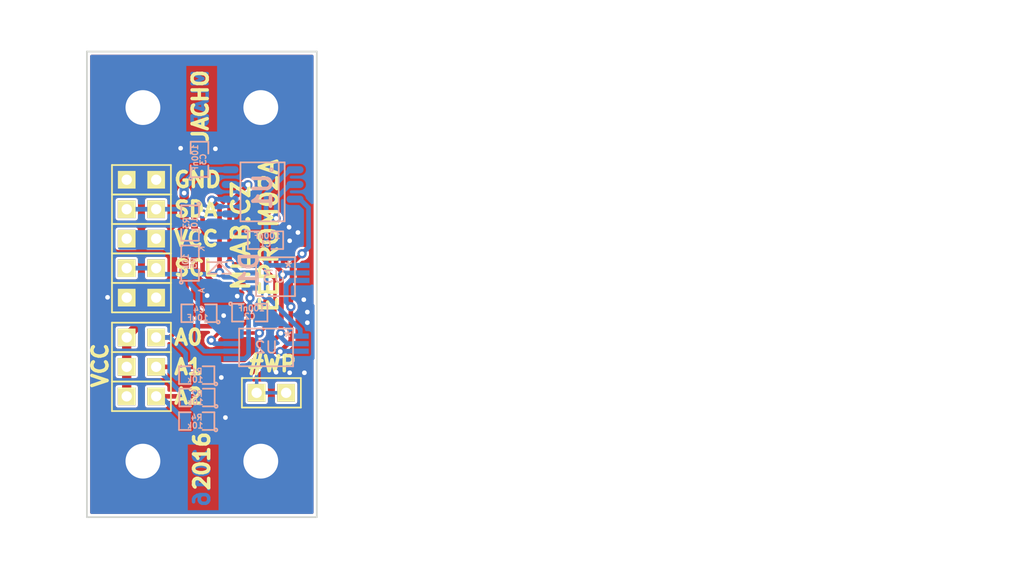
<source format=kicad_pcb>
(kicad_pcb (version 20160815) (host pcbnew "(2016-09-17 revision 679eef1)-makepkg")

  (general
    (links 58)
    (no_connects 0)
    (area 0.178999 -40.461001 20.141001 -0.178999)
    (thickness 1.6)
    (drawings 18)
    (tracks 232)
    (zones 0)
    (modules 26)
    (nets 9)
  )

  (page A4)
  (title_block
    (title NAME)
    (date "%d. %m. %Y")
    (rev REV)
    (company "Mlab www.mlab.cz")
    (comment 1 VERSION)
    (comment 2 "Short description\\nTwo lines are maximum")
    (comment 3 "nickname <email@example.com>")
  )

  (layers
    (0 F.Cu signal)
    (31 B.Cu signal)
    (32 B.Adhes user)
    (33 F.Adhes user)
    (34 B.Paste user)
    (35 F.Paste user)
    (36 B.SilkS user)
    (37 F.SilkS user)
    (38 B.Mask user)
    (39 F.Mask user)
    (40 Dwgs.User user)
    (41 Cmts.User user)
    (42 Eco1.User user)
    (43 Eco2.User user)
    (44 Edge.Cuts user)
    (45 Margin user)
    (46 B.CrtYd user)
    (47 F.CrtYd user)
    (48 B.Fab user)
    (49 F.Fab user)
  )

  (setup
    (last_trace_width 0.2)
    (user_trace_width 0.3)
    (user_trace_width 0.4)
    (user_trace_width 0.5)
    (user_trace_width 0.6)
    (user_trace_width 0.7)
    (user_trace_width 0.8)
    (trace_clearance 0.2)
    (zone_clearance 0.2)
    (zone_45_only no)
    (trace_min 0.2)
    (segment_width 0.2)
    (edge_width 0.15)
    (via_size 0.8)
    (via_drill 0.4)
    (via_min_size 0.4)
    (via_min_drill 0.3)
    (uvia_size 0.3)
    (uvia_drill 0.1)
    (uvias_allowed no)
    (uvia_min_size 0.2)
    (uvia_min_drill 0.1)
    (pcb_text_width 0.3)
    (pcb_text_size 1.5 1.5)
    (mod_edge_width 0.15)
    (mod_text_size 1 1)
    (mod_text_width 0.15)
    (pad_size 1.524 1.524)
    (pad_drill 0.762)
    (pad_to_mask_clearance 0.2)
    (solder_mask_min_width 0.2)
    (aux_axis_origin 0 0)
    (visible_elements 7FFFFF7F)
    (pcbplotparams
      (layerselection 0x010e0_7ffffffe)
      (usegerberextensions false)
      (excludeedgelayer true)
      (linewidth 0.150000)
      (plotframeref false)
      (viasonmask false)
      (mode 1)
      (useauxorigin false)
      (hpglpennumber 1)
      (hpglpenspeed 20)
      (hpglpendiameter 15)
      (psnegative false)
      (psa4output false)
      (plotreference true)
      (plotvalue true)
      (plotinvisibletext false)
      (padsonsilk false)
      (subtractmaskfromsilk false)
      (outputformat 1)
      (mirror false)
      (drillshape 0)
      (scaleselection 1)
      (outputdirectory ../CAM_PROFI/))
  )

  (net 0 "")
  (net 1 GND)
  (net 2 VCC)
  (net 3 /SDA)
  (net 4 /SCL)
  (net 5 /A0)
  (net 6 /A1)
  (net 7 /A2)
  (net 8 /WP)

  (net_class Default "This is the default net class."
    (clearance 0.2)
    (trace_width 0.2)
    (via_dia 0.8)
    (via_drill 0.4)
    (uvia_dia 0.3)
    (uvia_drill 0.1)
    (diff_pair_gap 0.25)
    (diff_pair_width 0.25)
    (add_net /A0)
    (add_net /A1)
    (add_net /A2)
    (add_net /SCL)
    (add_net /SDA)
    (add_net /WP)
    (add_net GND)
    (add_net VCC)
  )

  (module Mlab_IO:TSSOP-8_4.4x3mm_Pitch0.65mm placed (layer B.Cu) (tedit 583C44D0) (tstamp 583C16AF)
    (at 15.6972 -14.8844 180)
    (descr "8-Lead Plastic Thin Shrink Small Outline (ST)-4.4 mm Body [TSSOP] (see Microchip Packaging Specification 00000049BS.pdf)")
    (tags "SSOP 0.65")
    (path /583D9A76)
    (attr smd)
    (fp_text reference U2 (at 0 0 180) (layer B.SilkS)
      (effects (font (size 1 1) (thickness 0.15)) (justify mirror))
    )
    (fp_text value EEPROM_TSSOP8 (at 0 -2.55 180) (layer B.Fab) hide
      (effects (font (size 1 1) (thickness 0.15)) (justify mirror))
    )
    (fp_text user * (at -1.8669 0.8509 180) (layer B.SilkS)
      (effects (font (size 1 1) (thickness 0.15)) (justify mirror))
    )
    (fp_line (start -2.325 -1.625) (end 2.325 -1.625) (layer B.SilkS) (width 0.15))
    (fp_line (start -2.325 1.625) (end 2.325 1.625) (layer B.SilkS) (width 0.15))
    (fp_line (start -2.325 -1.625) (end -2.325 -1.425) (layer B.SilkS) (width 0.15))
    (fp_line (start 2.325 -1.625) (end 2.325 -1.425) (layer B.SilkS) (width 0.15))
    (fp_line (start 2.325 1.625) (end 2.325 -1.625) (layer B.SilkS) (width 0.15))
    (fp_line (start -2.325 1.625) (end -2.325 -1.625) (layer B.SilkS) (width 0.15))
    (fp_line (start -3.95 -1.8) (end 3.95 -1.8) (layer B.CrtYd) (width 0.05))
    (fp_line (start -3.95 1.8) (end 3.95 1.8) (layer B.CrtYd) (width 0.05))
    (fp_line (start 3.95 1.8) (end 3.95 -1.8) (layer B.CrtYd) (width 0.05))
    (fp_line (start -3.95 1.8) (end -3.95 -1.8) (layer B.CrtYd) (width 0.05))
    (pad 1 smd rect (at -2.95 0.975 180) (size 1.45 0.45) (layers B.Cu B.Paste B.Mask)
      (net 5 /A0))
    (pad 2 smd rect (at -2.95 0.325 180) (size 1.45 0.45) (layers B.Cu B.Paste B.Mask)
      (net 6 /A1))
    (pad 3 smd rect (at -2.95 -0.325 180) (size 1.45 0.45) (layers B.Cu B.Paste B.Mask)
      (net 7 /A2))
    (pad 4 smd rect (at -2.95 -0.975 180) (size 1.45 0.45) (layers B.Cu B.Paste B.Mask)
      (net 1 GND))
    (pad 5 smd rect (at 2.95 -0.975 180) (size 1.45 0.45) (layers B.Cu B.Paste B.Mask)
      (net 3 /SDA))
    (pad 6 smd rect (at 2.95 -0.325 180) (size 1.45 0.45) (layers B.Cu B.Paste B.Mask)
      (net 4 /SCL))
    (pad 7 smd rect (at 2.95 0.325 180) (size 1.45 0.45) (layers B.Cu B.Paste B.Mask)
      (net 8 /WP))
    (pad 8 smd rect (at 2.95 0.975 180) (size 1.45 0.45) (layers B.Cu B.Paste B.Mask)
      (net 2 VCC))
    (model Housings_SSOP.3dshapes/TSSOP-8_4.4x3mm_Pitch0.65mm.wrl
      (at (xyz 0 0 0))
      (scale (xyz 1 1 1))
      (rotate (xyz 0 0 0))
    )
  )

  (module Mlab_IO:MSOP-8_3x3mm_Pitch0.65mm (layer B.Cu) (tedit 583C44D0) (tstamp 583C16BB)
    (at 16.51 -20.9804 180)
    (descr "8-Lead Plastic Micro Small Outline Package (MS) [MSOP] (see Microchip Packaging Specification 00000049BS.pdf)")
    (tags "SSOP 0.65")
    (path /583D9B25)
    (attr smd)
    (fp_text reference U3 (at 0.127 0 180) (layer B.SilkS)
      (effects (font (size 1 1) (thickness 0.15)) (justify mirror))
    )
    (fp_text value EEPROM_MSOP8 (at 0 -2.6 180) (layer B.SilkS) hide
      (effects (font (size 1 1) (thickness 0.15)) (justify mirror))
    )
    (fp_text user * (at -1.1049 0.7747 180) (layer B.SilkS)
      (effects (font (size 1 1) (thickness 0.15)) (justify mirror))
    )
    (fp_line (start -1.675 -1.675) (end 1.675 -1.675) (layer B.SilkS) (width 0.15))
    (fp_line (start -1.675 1.675) (end 1.675 1.675) (layer B.SilkS) (width 0.15))
    (fp_line (start -1.675 -1.675) (end -1.675 -1.425) (layer B.SilkS) (width 0.15))
    (fp_line (start 1.675 -1.675) (end 1.675 1.675) (layer B.SilkS) (width 0.15))
    (fp_line (start 1.675 1.675) (end 1.675 1.425) (layer B.SilkS) (width 0.15))
    (fp_line (start -1.675 1.675) (end -1.675 -1.675) (layer B.SilkS) (width 0.15))
    (pad 1 smd rect (at -2.2 0.975 180) (size 1.45 0.45) (layers B.Cu B.Paste B.Mask)
      (net 5 /A0))
    (pad 2 smd rect (at -2.2 0.325 180) (size 1.45 0.45) (layers B.Cu B.Paste B.Mask)
      (net 6 /A1))
    (pad 3 smd rect (at -2.2 -0.325 180) (size 1.45 0.45) (layers B.Cu B.Paste B.Mask)
      (net 7 /A2))
    (pad 4 smd rect (at -2.2 -0.975 180) (size 1.45 0.45) (layers B.Cu B.Paste B.Mask)
      (net 1 GND))
    (pad 5 smd rect (at 2.2 -0.975 180) (size 1.45 0.45) (layers B.Cu B.Paste B.Mask)
      (net 3 /SDA))
    (pad 6 smd rect (at 2.2 -0.325 180) (size 1.45 0.45) (layers B.Cu B.Paste B.Mask)
      (net 4 /SCL))
    (pad 7 smd rect (at 2.2 0.325 180) (size 1.45 0.45) (layers B.Cu B.Paste B.Mask)
      (net 8 /WP))
    (pad 8 smd rect (at 2.2 0.975 180) (size 1.45 0.45) (layers B.Cu B.Paste B.Mask)
      (net 2 VCC))
    (model D:/Honza/library/KiCAD/MLAB_3D/IO/MSOP_8.wrl
      (at (xyz 0 0 0))
      (scale (xyz 0.4 0.4 0.4))
      (rotate (xyz 0 0 90))
    )
  )

  (module Mlab_Mechanical:MountingHole_3mm placed (layer F.Cu) (tedit 583C44D0) (tstamp 57DB7C60)
    (at 15.24 -35.56)
    (descr "Mounting hole, Befestigungsbohrung, 3mm, No Annular, Kein Restring,")
    (tags "Mounting hole, Befestigungsbohrung, 3mm, No Annular, Kein Restring,")
    (path /549D7628)
    (fp_text reference M2 (at 0 -4.191) (layer F.SilkS) hide
      (effects (font (thickness 0.3048)))
    )
    (fp_text value HOLE (at 0 4.191) (layer F.SilkS) hide
      (effects (font (thickness 0.3048)))
    )
    (fp_circle (center 0 0) (end 2.99974 0) (layer Cmts.User) (width 0.381))
    (pad 1 thru_hole circle (at 0 0) (size 6 6) (drill 3) (layers *.Cu *.Adhes *.Mask)
      (net 1 GND) (clearance 1) (zone_connect 2))
  )

  (module Mlab_Mechanical:MountingHole_3mm placed (layer F.Cu) (tedit 583C44D0) (tstamp 57DB7C5B)
    (at 5.08 -35.56)
    (descr "Mounting hole, Befestigungsbohrung, 3mm, No Annular, Kein Restring,")
    (tags "Mounting hole, Befestigungsbohrung, 3mm, No Annular, Kein Restring,")
    (path /549D7549)
    (fp_text reference M1 (at 0 -4.191) (layer F.SilkS) hide
      (effects (font (thickness 0.3048)))
    )
    (fp_text value HOLE (at 0 4.191) (layer F.SilkS) hide
      (effects (font (thickness 0.3048)))
    )
    (fp_circle (center 0 0) (end 2.99974 0) (layer Cmts.User) (width 0.381))
    (pad 1 thru_hole circle (at 0 0) (size 6 6) (drill 3) (layers *.Cu *.Adhes *.Mask)
      (net 1 GND) (clearance 1) (zone_connect 2))
  )

  (module Mlab_Mechanical:MountingHole_3mm placed (layer F.Cu) (tedit 583C44D0) (tstamp 57DB7C6A)
    (at 5.08 -5.08)
    (descr "Mounting hole, Befestigungsbohrung, 3mm, No Annular, Kein Restring,")
    (tags "Mounting hole, Befestigungsbohrung, 3mm, No Annular, Kein Restring,")
    (path /549D7665)
    (fp_text reference M4 (at 0 -4.191) (layer F.SilkS) hide
      (effects (font (thickness 0.3048)))
    )
    (fp_text value HOLE (at 0 4.191) (layer F.SilkS) hide
      (effects (font (thickness 0.3048)))
    )
    (fp_circle (center 0 0) (end 2.99974 0) (layer Cmts.User) (width 0.381))
    (pad 1 thru_hole circle (at 0 0) (size 6 6) (drill 3) (layers *.Cu *.Adhes *.Mask)
      (net 1 GND) (clearance 1) (zone_connect 2))
  )

  (module Mlab_Mechanical:MountingHole_3mm placed (layer F.Cu) (tedit 583C44D0) (tstamp 57DB7C65)
    (at 15.24 -5.08)
    (descr "Mounting hole, Befestigungsbohrung, 3mm, No Annular, Kein Restring,")
    (tags "Mounting hole, Befestigungsbohrung, 3mm, No Annular, Kein Restring,")
    (path /549D7646)
    (fp_text reference M3 (at 0 -4.191) (layer F.SilkS) hide
      (effects (font (thickness 0.3048)))
    )
    (fp_text value HOLE (at 0 4.191) (layer F.SilkS) hide
      (effects (font (thickness 0.3048)))
    )
    (fp_circle (center 0 0) (end 2.99974 0) (layer Cmts.User) (width 0.381))
    (pad 1 thru_hole circle (at 0 0) (size 6 6) (drill 3) (layers *.Cu *.Adhes *.Mask)
      (net 1 GND) (clearance 1) (zone_connect 2))
  )

  (module Mlab_R:SMD-0805 (layer B.Cu) (tedit 583C44D0) (tstamp 583C1631)
    (at 15.6464 -24.13)
    (path /5820D5E3)
    (attr smd)
    (fp_text reference C1 (at 0 0.3175) (layer B.SilkS)
      (effects (font (size 0.50038 0.50038) (thickness 0.10922)) (justify mirror))
    )
    (fp_text value 100nF (at 0.127 -0.381) (layer B.SilkS)
      (effects (font (size 0.50038 0.50038) (thickness 0.10922)) (justify mirror))
    )
    (fp_circle (center -1.651 -0.762) (end -1.651 -0.635) (layer B.SilkS) (width 0.15))
    (fp_line (start -0.508 -0.762) (end -1.524 -0.762) (layer B.SilkS) (width 0.15))
    (fp_line (start -1.524 -0.762) (end -1.524 0.762) (layer B.SilkS) (width 0.15))
    (fp_line (start -1.524 0.762) (end -0.508 0.762) (layer B.SilkS) (width 0.15))
    (fp_line (start 0.508 0.762) (end 1.524 0.762) (layer B.SilkS) (width 0.15))
    (fp_line (start 1.524 0.762) (end 1.524 -0.762) (layer B.SilkS) (width 0.15))
    (fp_line (start 1.524 -0.762) (end 0.508 -0.762) (layer B.SilkS) (width 0.15))
    (pad 2 smd rect (at 0.9525 0) (size 0.889 1.397) (layers B.Cu B.Paste B.Mask)
      (net 1 GND))
    (pad 1 smd rect (at -0.9525 0) (size 0.889 1.397) (layers B.Cu B.Paste B.Mask)
      (net 2 VCC))
    (model MLAB_3D/Resistors/chip_cms.wrl
      (at (xyz 0 0 0))
      (scale (xyz 0.1 0.1 0.1))
      (rotate (xyz 0 0 0))
    )
  )

  (module Mlab_R:SMD-0805 (layer B.Cu) (tedit 583C44D0) (tstamp 583C1637)
    (at 14.2875 -17.8816)
    (path /583CCB0E)
    (attr smd)
    (fp_text reference C2 (at 0 0.3175) (layer B.SilkS)
      (effects (font (size 0.50038 0.50038) (thickness 0.10922)) (justify mirror))
    )
    (fp_text value 100nF (at 0.127 -0.381) (layer B.SilkS)
      (effects (font (size 0.50038 0.50038) (thickness 0.10922)) (justify mirror))
    )
    (fp_line (start 1.524 -0.762) (end 0.508 -0.762) (layer B.SilkS) (width 0.15))
    (fp_line (start 1.524 0.762) (end 1.524 -0.762) (layer B.SilkS) (width 0.15))
    (fp_line (start 0.508 0.762) (end 1.524 0.762) (layer B.SilkS) (width 0.15))
    (fp_line (start -1.524 0.762) (end -0.508 0.762) (layer B.SilkS) (width 0.15))
    (fp_line (start -1.524 -0.762) (end -1.524 0.762) (layer B.SilkS) (width 0.15))
    (fp_line (start -0.508 -0.762) (end -1.524 -0.762) (layer B.SilkS) (width 0.15))
    (fp_circle (center -1.651 -0.762) (end -1.651 -0.635) (layer B.SilkS) (width 0.15))
    (pad 1 smd rect (at -0.9525 0) (size 0.889 1.397) (layers B.Cu B.Paste B.Mask)
      (net 2 VCC))
    (pad 2 smd rect (at 0.9525 0) (size 0.889 1.397) (layers B.Cu B.Paste B.Mask)
      (net 1 GND))
    (model MLAB_3D/Resistors/chip_cms.wrl
      (at (xyz 0 0 0))
      (scale (xyz 0.1 0.1 0.1))
      (rotate (xyz 0 0 0))
    )
  )

  (module Mlab_R:SMD-0805 (layer B.Cu) (tedit 583C44D0) (tstamp 583C163D)
    (at 9.9568 -31.0896 90)
    (path /583CCC03)
    (attr smd)
    (fp_text reference C3 (at 0 0.3175 90) (layer B.SilkS)
      (effects (font (size 0.50038 0.50038) (thickness 0.10922)) (justify mirror))
    )
    (fp_text value 100nF (at 0.127 -0.381 90) (layer B.SilkS)
      (effects (font (size 0.50038 0.50038) (thickness 0.10922)) (justify mirror))
    )
    (fp_circle (center -1.651 -0.762) (end -1.651 -0.635) (layer B.SilkS) (width 0.15))
    (fp_line (start -0.508 -0.762) (end -1.524 -0.762) (layer B.SilkS) (width 0.15))
    (fp_line (start -1.524 -0.762) (end -1.524 0.762) (layer B.SilkS) (width 0.15))
    (fp_line (start -1.524 0.762) (end -0.508 0.762) (layer B.SilkS) (width 0.15))
    (fp_line (start 0.508 0.762) (end 1.524 0.762) (layer B.SilkS) (width 0.15))
    (fp_line (start 1.524 0.762) (end 1.524 -0.762) (layer B.SilkS) (width 0.15))
    (fp_line (start 1.524 -0.762) (end 0.508 -0.762) (layer B.SilkS) (width 0.15))
    (pad 2 smd rect (at 0.9525 0 90) (size 0.889 1.397) (layers B.Cu B.Paste B.Mask)
      (net 1 GND))
    (pad 1 smd rect (at -0.9525 0 90) (size 0.889 1.397) (layers B.Cu B.Paste B.Mask)
      (net 2 VCC))
    (model MLAB_3D/Resistors/chip_cms.wrl
      (at (xyz 0 0 0))
      (scale (xyz 0.1 0.1 0.1))
      (rotate (xyz 0 0 0))
    )
  )

  (module Mlab_R:SMD-0805 (layer B.Cu) (tedit 583C44D0) (tstamp 583C1643)
    (at 9.9187 -17.8308 180)
    (path /5820C904)
    (attr smd)
    (fp_text reference C4 (at 0 0.3175 180) (layer B.SilkS)
      (effects (font (size 0.50038 0.50038) (thickness 0.10922)) (justify mirror))
    )
    (fp_text value 10uF (at 0.127 -0.381 180) (layer B.SilkS)
      (effects (font (size 0.50038 0.50038) (thickness 0.10922)) (justify mirror))
    )
    (fp_line (start 1.524 -0.762) (end 0.508 -0.762) (layer B.SilkS) (width 0.15))
    (fp_line (start 1.524 0.762) (end 1.524 -0.762) (layer B.SilkS) (width 0.15))
    (fp_line (start 0.508 0.762) (end 1.524 0.762) (layer B.SilkS) (width 0.15))
    (fp_line (start -1.524 0.762) (end -0.508 0.762) (layer B.SilkS) (width 0.15))
    (fp_line (start -1.524 -0.762) (end -1.524 0.762) (layer B.SilkS) (width 0.15))
    (fp_line (start -0.508 -0.762) (end -1.524 -0.762) (layer B.SilkS) (width 0.15))
    (fp_circle (center -1.651 -0.762) (end -1.651 -0.635) (layer B.SilkS) (width 0.15))
    (pad 1 smd rect (at -0.9525 0 180) (size 0.889 1.397) (layers B.Cu B.Paste B.Mask)
      (net 2 VCC))
    (pad 2 smd rect (at 0.9525 0 180) (size 0.889 1.397) (layers B.Cu B.Paste B.Mask)
      (net 1 GND))
    (model MLAB_3D/Resistors/chip_cms.wrl
      (at (xyz 0 0 0))
      (scale (xyz 0.1 0.1 0.1))
      (rotate (xyz 0 0 0))
    )
  )

  (module Mlab_Pin_Headers:Straight_2x01 (layer F.Cu) (tedit 583C44D0) (tstamp 583C1649)
    (at 4.953 -29.337)
    (descr "pin header straight 2x01")
    (tags "pin header straight 2x01")
    (path /583C91A7)
    (fp_text reference J1 (at 0 -2.54) (layer F.SilkS) hide
      (effects (font (size 1.5 1.5) (thickness 0.15)))
    )
    (fp_text value JUMP_2x1 (at 0 2.54) (layer F.SilkS) hide
      (effects (font (size 1.5 1.5) (thickness 0.15)))
    )
    (fp_line (start -2.54 -1.27) (end 2.54 -1.27) (layer F.SilkS) (width 0.15))
    (fp_line (start 2.54 -1.27) (end 2.54 1.27) (layer F.SilkS) (width 0.15))
    (fp_line (start 2.54 1.27) (end -2.54 1.27) (layer F.SilkS) (width 0.15))
    (fp_line (start -2.54 1.27) (end -2.54 -1.27) (layer F.SilkS) (width 0.15))
    (pad 2 thru_hole rect (at 1.27 0) (size 1.524 1.524) (drill 0.889) (layers *.Cu *.Mask F.SilkS)
      (net 1 GND))
    (pad 1 thru_hole rect (at -1.27 0) (size 1.524 1.524) (drill 0.889) (layers *.Cu *.Mask F.SilkS)
      (net 1 GND))
    (model Pin_Headers/Pin_Header_Straight_2x01.wrl
      (at (xyz 0 0 0))
      (scale (xyz 1 1 1))
      (rotate (xyz 0 0 90))
    )
  )

  (module Mlab_Pin_Headers:Straight_2x01 (layer F.Cu) (tedit 583C44D0) (tstamp 583C164F)
    (at 4.953 -26.797)
    (descr "pin header straight 2x01")
    (tags "pin header straight 2x01")
    (path /583C966A)
    (fp_text reference J2 (at 0 -2.54) (layer F.SilkS) hide
      (effects (font (size 1.5 1.5) (thickness 0.15)))
    )
    (fp_text value JUMP_2x1 (at 0 2.54) (layer F.SilkS) hide
      (effects (font (size 1.5 1.5) (thickness 0.15)))
    )
    (fp_line (start -2.54 -1.27) (end 2.54 -1.27) (layer F.SilkS) (width 0.15))
    (fp_line (start 2.54 -1.27) (end 2.54 1.27) (layer F.SilkS) (width 0.15))
    (fp_line (start 2.54 1.27) (end -2.54 1.27) (layer F.SilkS) (width 0.15))
    (fp_line (start -2.54 1.27) (end -2.54 -1.27) (layer F.SilkS) (width 0.15))
    (pad 2 thru_hole rect (at 1.27 0) (size 1.524 1.524) (drill 0.889) (layers *.Cu *.Mask F.SilkS)
      (net 3 /SDA))
    (pad 1 thru_hole rect (at -1.27 0) (size 1.524 1.524) (drill 0.889) (layers *.Cu *.Mask F.SilkS)
      (net 3 /SDA))
    (model Pin_Headers/Pin_Header_Straight_2x01.wrl
      (at (xyz 0 0 0))
      (scale (xyz 1 1 1))
      (rotate (xyz 0 0 90))
    )
  )

  (module Mlab_Pin_Headers:Straight_2x01 (layer F.Cu) (tedit 583C44D0) (tstamp 583C1655)
    (at 4.953 -24.257)
    (descr "pin header straight 2x01")
    (tags "pin header straight 2x01")
    (path /583C9698)
    (fp_text reference J3 (at 0 -2.54) (layer F.SilkS) hide
      (effects (font (size 1.5 1.5) (thickness 0.15)))
    )
    (fp_text value JUMP_2x1 (at 0 2.54) (layer F.SilkS) hide
      (effects (font (size 1.5 1.5) (thickness 0.15)))
    )
    (fp_line (start -2.54 1.27) (end -2.54 -1.27) (layer F.SilkS) (width 0.15))
    (fp_line (start 2.54 1.27) (end -2.54 1.27) (layer F.SilkS) (width 0.15))
    (fp_line (start 2.54 -1.27) (end 2.54 1.27) (layer F.SilkS) (width 0.15))
    (fp_line (start -2.54 -1.27) (end 2.54 -1.27) (layer F.SilkS) (width 0.15))
    (pad 1 thru_hole rect (at -1.27 0) (size 1.524 1.524) (drill 0.889) (layers *.Cu *.Mask F.SilkS)
      (net 2 VCC))
    (pad 2 thru_hole rect (at 1.27 0) (size 1.524 1.524) (drill 0.889) (layers *.Cu *.Mask F.SilkS)
      (net 2 VCC))
    (model Pin_Headers/Pin_Header_Straight_2x01.wrl
      (at (xyz 0 0 0))
      (scale (xyz 1 1 1))
      (rotate (xyz 0 0 90))
    )
  )

  (module Mlab_Pin_Headers:Straight_2x01 (layer F.Cu) (tedit 583C44D0) (tstamp 583C165B)
    (at 4.953 -21.717)
    (descr "pin header straight 2x01")
    (tags "pin header straight 2x01")
    (path /583C96F5)
    (fp_text reference J4 (at 0 -2.54) (layer F.SilkS) hide
      (effects (font (size 1.5 1.5) (thickness 0.15)))
    )
    (fp_text value JUMP_2x1 (at 0 2.54) (layer F.SilkS) hide
      (effects (font (size 1.5 1.5) (thickness 0.15)))
    )
    (fp_line (start -2.54 -1.27) (end 2.54 -1.27) (layer F.SilkS) (width 0.15))
    (fp_line (start 2.54 -1.27) (end 2.54 1.27) (layer F.SilkS) (width 0.15))
    (fp_line (start 2.54 1.27) (end -2.54 1.27) (layer F.SilkS) (width 0.15))
    (fp_line (start -2.54 1.27) (end -2.54 -1.27) (layer F.SilkS) (width 0.15))
    (pad 2 thru_hole rect (at 1.27 0) (size 1.524 1.524) (drill 0.889) (layers *.Cu *.Mask F.SilkS)
      (net 4 /SCL))
    (pad 1 thru_hole rect (at -1.27 0) (size 1.524 1.524) (drill 0.889) (layers *.Cu *.Mask F.SilkS)
      (net 4 /SCL))
    (model Pin_Headers/Pin_Header_Straight_2x01.wrl
      (at (xyz 0 0 0))
      (scale (xyz 1 1 1))
      (rotate (xyz 0 0 90))
    )
  )

  (module Mlab_Pin_Headers:Straight_2x01 (layer F.Cu) (tedit 583C44D0) (tstamp 583C1661)
    (at 4.953 -19.177)
    (descr "pin header straight 2x01")
    (tags "pin header straight 2x01")
    (path /583C9729)
    (fp_text reference J5 (at 0 -2.54) (layer F.SilkS) hide
      (effects (font (size 1.5 1.5) (thickness 0.15)))
    )
    (fp_text value JUMP_2x1 (at 0 2.54) (layer F.SilkS) hide
      (effects (font (size 1.5 1.5) (thickness 0.15)))
    )
    (fp_line (start -2.54 1.27) (end -2.54 -1.27) (layer F.SilkS) (width 0.15))
    (fp_line (start 2.54 1.27) (end -2.54 1.27) (layer F.SilkS) (width 0.15))
    (fp_line (start 2.54 -1.27) (end 2.54 1.27) (layer F.SilkS) (width 0.15))
    (fp_line (start -2.54 -1.27) (end 2.54 -1.27) (layer F.SilkS) (width 0.15))
    (pad 1 thru_hole rect (at -1.27 0) (size 1.524 1.524) (drill 0.889) (layers *.Cu *.Mask F.SilkS)
      (net 1 GND))
    (pad 2 thru_hole rect (at 1.27 0) (size 1.524 1.524) (drill 0.889) (layers *.Cu *.Mask F.SilkS)
      (net 1 GND))
    (model Pin_Headers/Pin_Header_Straight_2x01.wrl
      (at (xyz 0 0 0))
      (scale (xyz 1 1 1))
      (rotate (xyz 0 0 90))
    )
  )

  (module Mlab_Pin_Headers:Straight_2x01 (layer F.Cu) (tedit 583C44D0) (tstamp 583C1667)
    (at 4.953 -15.748 180)
    (descr "pin header straight 2x01")
    (tags "pin header straight 2x01")
    (path /583D1621)
    (fp_text reference J6 (at 0 -2.54 180) (layer F.SilkS) hide
      (effects (font (size 1.5 1.5) (thickness 0.15)))
    )
    (fp_text value JUMP2_2x1 (at 0 2.54 180) (layer F.SilkS) hide
      (effects (font (size 1.5 1.5) (thickness 0.15)))
    )
    (fp_line (start -2.54 1.27) (end -2.54 -1.27) (layer F.SilkS) (width 0.15))
    (fp_line (start 2.54 1.27) (end -2.54 1.27) (layer F.SilkS) (width 0.15))
    (fp_line (start 2.54 -1.27) (end 2.54 1.27) (layer F.SilkS) (width 0.15))
    (fp_line (start -2.54 -1.27) (end 2.54 -1.27) (layer F.SilkS) (width 0.15))
    (pad 1 thru_hole rect (at -1.27 0 180) (size 1.524 1.524) (drill 0.889) (layers *.Cu *.Mask F.SilkS)
      (net 5 /A0))
    (pad 2 thru_hole rect (at 1.27 0 180) (size 1.524 1.524) (drill 0.889) (layers *.Cu *.Mask F.SilkS)
      (net 2 VCC))
    (model Pin_Headers/Pin_Header_Straight_2x01.wrl
      (at (xyz 0 0 0))
      (scale (xyz 1 1 1))
      (rotate (xyz 0 0 90))
    )
  )

  (module Mlab_Pin_Headers:Straight_2x01 (layer F.Cu) (tedit 583C44D0) (tstamp 583C166D)
    (at 4.953 -13.208 180)
    (descr "pin header straight 2x01")
    (tags "pin header straight 2x01")
    (path /583D1808)
    (fp_text reference J7 (at 0 -2.54 180) (layer F.SilkS) hide
      (effects (font (size 1.5 1.5) (thickness 0.15)))
    )
    (fp_text value JUMP2_2x1 (at 0 2.54 180) (layer F.SilkS) hide
      (effects (font (size 1.5 1.5) (thickness 0.15)))
    )
    (fp_line (start -2.54 -1.27) (end 2.54 -1.27) (layer F.SilkS) (width 0.15))
    (fp_line (start 2.54 -1.27) (end 2.54 1.27) (layer F.SilkS) (width 0.15))
    (fp_line (start 2.54 1.27) (end -2.54 1.27) (layer F.SilkS) (width 0.15))
    (fp_line (start -2.54 1.27) (end -2.54 -1.27) (layer F.SilkS) (width 0.15))
    (pad 2 thru_hole rect (at 1.27 0 180) (size 1.524 1.524) (drill 0.889) (layers *.Cu *.Mask F.SilkS)
      (net 2 VCC))
    (pad 1 thru_hole rect (at -1.27 0 180) (size 1.524 1.524) (drill 0.889) (layers *.Cu *.Mask F.SilkS)
      (net 6 /A1))
    (model Pin_Headers/Pin_Header_Straight_2x01.wrl
      (at (xyz 0 0 0))
      (scale (xyz 1 1 1))
      (rotate (xyz 0 0 90))
    )
  )

  (module Mlab_Pin_Headers:Straight_2x01 (layer F.Cu) (tedit 583C44D0) (tstamp 583C1673)
    (at 4.953 -10.668 180)
    (descr "pin header straight 2x01")
    (tags "pin header straight 2x01")
    (path /583D185D)
    (fp_text reference J8 (at 0 -2.54 180) (layer F.SilkS) hide
      (effects (font (size 1.5 1.5) (thickness 0.15)))
    )
    (fp_text value JUMP2_2x1 (at 0 2.54 180) (layer F.SilkS) hide
      (effects (font (size 1.5 1.5) (thickness 0.15)))
    )
    (fp_line (start -2.54 1.27) (end -2.54 -1.27) (layer F.SilkS) (width 0.15))
    (fp_line (start 2.54 1.27) (end -2.54 1.27) (layer F.SilkS) (width 0.15))
    (fp_line (start 2.54 -1.27) (end 2.54 1.27) (layer F.SilkS) (width 0.15))
    (fp_line (start -2.54 -1.27) (end 2.54 -1.27) (layer F.SilkS) (width 0.15))
    (pad 1 thru_hole rect (at -1.27 0 180) (size 1.524 1.524) (drill 0.889) (layers *.Cu *.Mask F.SilkS)
      (net 7 /A2))
    (pad 2 thru_hole rect (at 1.27 0 180) (size 1.524 1.524) (drill 0.889) (layers *.Cu *.Mask F.SilkS)
      (net 2 VCC))
    (model Pin_Headers/Pin_Header_Straight_2x01.wrl
      (at (xyz 0 0 0))
      (scale (xyz 1 1 1))
      (rotate (xyz 0 0 90))
    )
  )

  (module Mlab_Pin_Headers:Straight_2x01 (layer F.Cu) (tedit 583C44D0) (tstamp 583C1679)
    (at 16.1544 -10.9728 180)
    (descr "pin header straight 2x01")
    (tags "pin header straight 2x01")
    (path /583D529D)
    (fp_text reference J9 (at 0 -2.54 180) (layer F.SilkS) hide
      (effects (font (size 1.5 1.5) (thickness 0.15)))
    )
    (fp_text value JUMP_2x1 (at 0 2.54 180) (layer F.SilkS) hide
      (effects (font (size 1.5 1.5) (thickness 0.15)))
    )
    (fp_line (start -2.54 -1.27) (end 2.54 -1.27) (layer F.SilkS) (width 0.15))
    (fp_line (start 2.54 -1.27) (end 2.54 1.27) (layer F.SilkS) (width 0.15))
    (fp_line (start 2.54 1.27) (end -2.54 1.27) (layer F.SilkS) (width 0.15))
    (fp_line (start -2.54 1.27) (end -2.54 -1.27) (layer F.SilkS) (width 0.15))
    (pad 2 thru_hole rect (at 1.27 0 180) (size 1.524 1.524) (drill 0.889) (layers *.Cu *.Mask F.SilkS)
      (net 8 /WP))
    (pad 1 thru_hole rect (at -1.27 0 180) (size 1.524 1.524) (drill 0.889) (layers *.Cu *.Mask F.SilkS)
      (net 8 /WP))
    (model Pin_Headers/Pin_Header_Straight_2x01.wrl
      (at (xyz 0 0 0))
      (scale (xyz 1 1 1))
      (rotate (xyz 0 0 90))
    )
  )

  (module Mlab_R:SMD-0805 (layer B.Cu) (tedit 583C44D0) (tstamp 583C167F)
    (at 9.7155 -12.4968 180)
    (path /583CE9B0)
    (attr smd)
    (fp_text reference R1 (at 0 0.3175 180) (layer B.SilkS)
      (effects (font (size 0.50038 0.50038) (thickness 0.10922)) (justify mirror))
    )
    (fp_text value 10k (at 0.127 -0.381 180) (layer B.SilkS)
      (effects (font (size 0.50038 0.50038) (thickness 0.10922)) (justify mirror))
    )
    (fp_circle (center -1.651 -0.762) (end -1.651 -0.635) (layer B.SilkS) (width 0.15))
    (fp_line (start -0.508 -0.762) (end -1.524 -0.762) (layer B.SilkS) (width 0.15))
    (fp_line (start -1.524 -0.762) (end -1.524 0.762) (layer B.SilkS) (width 0.15))
    (fp_line (start -1.524 0.762) (end -0.508 0.762) (layer B.SilkS) (width 0.15))
    (fp_line (start 0.508 0.762) (end 1.524 0.762) (layer B.SilkS) (width 0.15))
    (fp_line (start 1.524 0.762) (end 1.524 -0.762) (layer B.SilkS) (width 0.15))
    (fp_line (start 1.524 -0.762) (end 0.508 -0.762) (layer B.SilkS) (width 0.15))
    (pad 2 smd rect (at 0.9525 0 180) (size 0.889 1.397) (layers B.Cu B.Paste B.Mask)
      (net 5 /A0))
    (pad 1 smd rect (at -0.9525 0 180) (size 0.889 1.397) (layers B.Cu B.Paste B.Mask)
      (net 1 GND))
    (model MLAB_3D/Resistors/chip_cms.wrl
      (at (xyz 0 0 0))
      (scale (xyz 0.1 0.1 0.1))
      (rotate (xyz 0 0 0))
    )
  )

  (module Mlab_R:SMD-0805 (layer B.Cu) (tedit 583C44D0) (tstamp 583C1685)
    (at 9.7409 -10.5664 180)
    (path /583CEB91)
    (attr smd)
    (fp_text reference R2 (at 0 0.3175 180) (layer B.SilkS)
      (effects (font (size 0.50038 0.50038) (thickness 0.10922)) (justify mirror))
    )
    (fp_text value 10k (at 0.127 -0.381 180) (layer B.SilkS)
      (effects (font (size 0.50038 0.50038) (thickness 0.10922)) (justify mirror))
    )
    (fp_line (start 1.524 -0.762) (end 0.508 -0.762) (layer B.SilkS) (width 0.15))
    (fp_line (start 1.524 0.762) (end 1.524 -0.762) (layer B.SilkS) (width 0.15))
    (fp_line (start 0.508 0.762) (end 1.524 0.762) (layer B.SilkS) (width 0.15))
    (fp_line (start -1.524 0.762) (end -0.508 0.762) (layer B.SilkS) (width 0.15))
    (fp_line (start -1.524 -0.762) (end -1.524 0.762) (layer B.SilkS) (width 0.15))
    (fp_line (start -0.508 -0.762) (end -1.524 -0.762) (layer B.SilkS) (width 0.15))
    (fp_circle (center -1.651 -0.762) (end -1.651 -0.635) (layer B.SilkS) (width 0.15))
    (pad 1 smd rect (at -0.9525 0 180) (size 0.889 1.397) (layers B.Cu B.Paste B.Mask)
      (net 1 GND))
    (pad 2 smd rect (at 0.9525 0 180) (size 0.889 1.397) (layers B.Cu B.Paste B.Mask)
      (net 6 /A1))
    (model MLAB_3D/Resistors/chip_cms.wrl
      (at (xyz 0 0 0))
      (scale (xyz 0.1 0.1 0.1))
      (rotate (xyz 0 0 0))
    )
  )

  (module Mlab_R:SMD-0805 (layer B.Cu) (tedit 583C44D0) (tstamp 583C168B)
    (at 9.144 -25.6032 270)
    (path /58231ADB)
    (attr smd)
    (fp_text reference R3 (at 0 0.3175 270) (layer B.SilkS)
      (effects (font (size 0.50038 0.50038) (thickness 0.10922)) (justify mirror))
    )
    (fp_text value 10k (at 0.127 -0.381 270) (layer B.SilkS)
      (effects (font (size 0.50038 0.50038) (thickness 0.10922)) (justify mirror))
    )
    (fp_line (start 1.524 -0.762) (end 0.508 -0.762) (layer B.SilkS) (width 0.15))
    (fp_line (start 1.524 0.762) (end 1.524 -0.762) (layer B.SilkS) (width 0.15))
    (fp_line (start 0.508 0.762) (end 1.524 0.762) (layer B.SilkS) (width 0.15))
    (fp_line (start -1.524 0.762) (end -0.508 0.762) (layer B.SilkS) (width 0.15))
    (fp_line (start -1.524 -0.762) (end -1.524 0.762) (layer B.SilkS) (width 0.15))
    (fp_line (start -0.508 -0.762) (end -1.524 -0.762) (layer B.SilkS) (width 0.15))
    (fp_circle (center -1.651 -0.762) (end -1.651 -0.635) (layer B.SilkS) (width 0.15))
    (pad 1 smd rect (at -0.9525 0 270) (size 0.889 1.397) (layers B.Cu B.Paste B.Mask)
      (net 3 /SDA))
    (pad 2 smd rect (at 0.9525 0 270) (size 0.889 1.397) (layers B.Cu B.Paste B.Mask)
      (net 2 VCC))
    (model MLAB_3D/Resistors/chip_cms.wrl
      (at (xyz 0 0 0))
      (scale (xyz 0.1 0.1 0.1))
      (rotate (xyz 0 0 0))
    )
  )

  (module Mlab_R:SMD-0805 (layer B.Cu) (tedit 583C44D0) (tstamp 583C1691)
    (at 9.7155 -8.5344 180)
    (path /583CEBF1)
    (attr smd)
    (fp_text reference R4 (at 0 0.3175 180) (layer B.SilkS)
      (effects (font (size 0.50038 0.50038) (thickness 0.10922)) (justify mirror))
    )
    (fp_text value 10k (at 0.127 -0.381 180) (layer B.SilkS)
      (effects (font (size 0.50038 0.50038) (thickness 0.10922)) (justify mirror))
    )
    (fp_circle (center -1.651 -0.762) (end -1.651 -0.635) (layer B.SilkS) (width 0.15))
    (fp_line (start -0.508 -0.762) (end -1.524 -0.762) (layer B.SilkS) (width 0.15))
    (fp_line (start -1.524 -0.762) (end -1.524 0.762) (layer B.SilkS) (width 0.15))
    (fp_line (start -1.524 0.762) (end -0.508 0.762) (layer B.SilkS) (width 0.15))
    (fp_line (start 0.508 0.762) (end 1.524 0.762) (layer B.SilkS) (width 0.15))
    (fp_line (start 1.524 0.762) (end 1.524 -0.762) (layer B.SilkS) (width 0.15))
    (fp_line (start 1.524 -0.762) (end 0.508 -0.762) (layer B.SilkS) (width 0.15))
    (pad 2 smd rect (at 0.9525 0 180) (size 0.889 1.397) (layers B.Cu B.Paste B.Mask)
      (net 7 /A2))
    (pad 1 smd rect (at -0.9525 0 180) (size 0.889 1.397) (layers B.Cu B.Paste B.Mask)
      (net 1 GND))
    (model MLAB_3D/Resistors/chip_cms.wrl
      (at (xyz 0 0 0))
      (scale (xyz 0.1 0.1 0.1))
      (rotate (xyz 0 0 0))
    )
  )

  (module Mlab_R:SMD-0805 (layer B.Cu) (tedit 583C44D0) (tstamp 583C1697)
    (at 9.144 -22.1488 90)
    (path /583CAEFB)
    (attr smd)
    (fp_text reference R5 (at 0 0.3175 90) (layer B.SilkS)
      (effects (font (size 0.50038 0.50038) (thickness 0.10922)) (justify mirror))
    )
    (fp_text value 10k (at 0.127 -0.381 90) (layer B.SilkS)
      (effects (font (size 0.50038 0.50038) (thickness 0.10922)) (justify mirror))
    )
    (fp_circle (center -1.651 -0.762) (end -1.651 -0.635) (layer B.SilkS) (width 0.15))
    (fp_line (start -0.508 -0.762) (end -1.524 -0.762) (layer B.SilkS) (width 0.15))
    (fp_line (start -1.524 -0.762) (end -1.524 0.762) (layer B.SilkS) (width 0.15))
    (fp_line (start -1.524 0.762) (end -0.508 0.762) (layer B.SilkS) (width 0.15))
    (fp_line (start 0.508 0.762) (end 1.524 0.762) (layer B.SilkS) (width 0.15))
    (fp_line (start 1.524 0.762) (end 1.524 -0.762) (layer B.SilkS) (width 0.15))
    (fp_line (start 1.524 -0.762) (end 0.508 -0.762) (layer B.SilkS) (width 0.15))
    (pad 2 smd rect (at 0.9525 0 90) (size 0.889 1.397) (layers B.Cu B.Paste B.Mask)
      (net 2 VCC))
    (pad 1 smd rect (at -0.9525 0 90) (size 0.889 1.397) (layers B.Cu B.Paste B.Mask)
      (net 4 /SCL))
    (model MLAB_3D/Resistors/chip_cms.wrl
      (at (xyz 0 0 0))
      (scale (xyz 0.1 0.1 0.1))
      (rotate (xyz 0 0 0))
    )
  )

  (module Mlab_IO:SO-8 (layer B.Cu) (tedit 583C44D0) (tstamp 583C16A3)
    (at 15.3924 -28.2956 270)
    (descr "SO-8 Surface Mount Small Outline 150mil 8pin Package")
    (tags "Power Integrations D Package")
    (path /583C220C)
    (fp_text reference U1 (at 0 0 270) (layer B.SilkS)
      (effects (font (thickness 0.3048)) (justify mirror))
    )
    (fp_text value EEPROM_SO8 (at 0 0 270) (layer B.SilkS) hide
      (effects (font (thickness 0.3048)) (justify mirror))
    )
    (fp_circle (center -1.905 -0.762) (end -1.778 -0.762) (layer B.SilkS) (width 0.15))
    (fp_line (start -2.54 -1.397) (end 2.54 -1.397) (layer B.SilkS) (width 0.15))
    (fp_line (start -2.54 1.905) (end 2.54 1.905) (layer B.SilkS) (width 0.15))
    (fp_line (start -2.54 -1.905) (end 2.54 -1.905) (layer B.SilkS) (width 0.15))
    (fp_line (start -2.54 -1.905) (end -2.54 1.905) (layer B.SilkS) (width 0.15))
    (fp_line (start 2.54 -1.905) (end 2.54 1.905) (layer B.SilkS) (width 0.15))
    (pad 8 smd oval (at -1.905 2.794 270) (size 0.6096 1.4732) (layers B.Cu B.Paste B.Mask)
      (net 2 VCC))
    (pad 7 smd oval (at -0.635 2.794 270) (size 0.6096 1.4732) (layers B.Cu B.Paste B.Mask)
      (net 8 /WP))
    (pad 6 smd oval (at 0.635 2.794 270) (size 0.6096 1.4732) (layers B.Cu B.Paste B.Mask)
      (net 4 /SCL))
    (pad 5 smd oval (at 1.905 2.794 270) (size 0.6096 1.4732) (layers B.Cu B.Paste B.Mask)
      (net 3 /SDA))
    (pad 4 smd oval (at 1.905 -2.794 270) (size 0.6096 1.4732) (layers B.Cu B.Paste B.Mask)
      (net 1 GND))
    (pad 3 smd oval (at 0.635 -2.794 270) (size 0.6096 1.4732) (layers B.Cu B.Paste B.Mask)
      (net 7 /A2))
    (pad 2 smd oval (at -0.635 -2.794 270) (size 0.6096 1.4732) (layers B.Cu B.Paste B.Mask)
      (net 6 /A1))
    (pad 1 smd oval (at -1.905 -2.794 270) (size 0.6096 1.4732) (layers B.Cu B.Paste B.Mask)
      (net 5 /A0))
    (model MLAB_3D/IO/cms_so8.wrl
      (at (xyz 0 0 0))
      (scale (xyz 0.5 0.4 0.45))
      (rotate (xyz 0 0 0))
    )
  )

  (module Mlab_D:Diode-MiniMELF_Standard (layer B.Cu) (tedit 583C44D0) (tstamp 583C2687)
    (at 11.684 -21.59 90)
    (descr "Diode Mini-MELF Standard")
    (tags "Diode Mini-MELF Standard")
    (path /583C2F57)
    (attr smd)
    (fp_text reference D1 (at 0 2.54 90) (layer B.SilkS)
      (effects (font (thickness 0.3048)) (justify mirror))
    )
    (fp_text value BZV55C-5,6V (at 0 -3.81 90) (layer B.SilkS) hide
      (effects (font (thickness 0.3048)) (justify mirror))
    )
    (fp_line (start 0.65024 -0.0508) (end -0.35052 1.00076) (layer B.SilkS) (width 0.15))
    (fp_line (start -0.35052 1.00076) (end -0.35052 -1.00076) (layer B.SilkS) (width 0.15))
    (fp_line (start -0.35052 -1.00076) (end 0.65024 0) (layer B.SilkS) (width 0.15))
    (fp_line (start 0.65024 1.04902) (end 0.65024 -1.04902) (layer B.SilkS) (width 0.15))
    (fp_text user A (at -1.80086 -1.5494 90) (layer B.SilkS)
      (effects (font (size 0.50038 0.50038) (thickness 0.09906)) (justify mirror))
    )
    (fp_text user K (at 1.80086 -1.5494 90) (layer B.SilkS)
      (effects (font (size 0.50038 0.50038) (thickness 0.09906)) (justify mirror))
    )
    (fp_circle (center 0 0) (end 0 -0.55118) (layer B.Adhes) (width 0.381))
    (fp_circle (center 0 0) (end 0 -0.20066) (layer B.Adhes) (width 0.381))
    (pad 2 smd rect (at -1.75006 0 90) (size 1.30048 1.69926) (layers B.Cu B.Paste B.Mask)
      (net 1 GND))
    (pad 1 smd rect (at 1.75006 0 90) (size 1.30048 1.69926) (layers B.Cu B.Paste B.Mask)
      (net 2 VCC))
    (model MLAB_3D/Diodes/MiniMELF_DO213AA.wrl
      (at (xyz 0 0 0))
      (scale (xyz 0.3937 0.3937 0.3937))
      (rotate (xyz 0 0 0))
    )
  )

  (gr_text JACHO (at 10.033 -35.687 90) (layer F.SilkS) (tstamp 583C485C)
    (effects (font (size 1.3 1.3) (thickness 0.3)))
  )
  (gr_text "MLAB.CZ\nEEPROM02A" (at 14.732 -24.511 90) (layer F.SilkS) (tstamp 583C4824)
    (effects (font (size 1.5 1.5) (thickness 0.3)))
  )
  (gr_text "#WP" (at 13.97 -13.462) (layer F.SilkS) (tstamp 583C477A)
    (effects (font (size 1.3 1.3) (thickness 0.3)) (justify left))
  )
  (gr_text A2 (at 7.62 -10.668) (layer F.SilkS) (tstamp 583C4759)
    (effects (font (size 1.3 1.3) (thickness 0.3)) (justify left))
  )
  (gr_text A1 (at 7.62 -13.208) (layer F.SilkS) (tstamp 583C4755)
    (effects (font (size 1.3 1.3) (thickness 0.3)) (justify left))
  )
  (gr_text A0 (at 7.62 -15.748) (layer F.SilkS) (tstamp 583C474E)
    (effects (font (size 1.3 1.3) (thickness 0.3)) (justify left))
  )
  (gr_text VCC (at 1.397 -13.335 90) (layer F.SilkS) (tstamp 583C4738)
    (effects (font (size 1.3 1.3) (thickness 0.3)))
  )
  (gr_text SCL (at 7.62 -21.717) (layer F.SilkS) (tstamp 583C4617)
    (effects (font (size 1.3 1.3) (thickness 0.3)) (justify left))
  )
  (gr_text VCC (at 7.62 -24.257) (layer F.SilkS) (tstamp 583C4602)
    (effects (font (size 1.3 1.3) (thickness 0.3)) (justify left))
  )
  (gr_text GND (at 7.62 -29.337) (layer F.SilkS) (tstamp 583C45F2)
    (effects (font (size 1.3 1.3) (thickness 0.3)) (justify left))
  )
  (gr_text SDA (at 7.62 -26.797) (layer F.SilkS)
    (effects (font (size 1.3 1.3) (thickness 0.3)) (justify left))
  )
  (gr_text 2016 (at 10.16 -5.08 90) (layer F.SilkS)
    (effects (font (size 1.3 1.3) (thickness 0.3)))
  )
  (gr_text 2016 (at 10.16 -3.683 90) (layer B.Cu)
    (effects (font (size 1.3 1.3) (thickness 0.3)) (justify mirror))
  )
  (gr_text MLAB (at 10.033 -36.322 90) (layer B.Cu)
    (effects (font (size 1.3 1.3) (thickness 0.3)) (justify mirror))
  )
  (gr_line (start 0.254 -40.386) (end 0.254 -0.254) (angle 90) (layer Edge.Cuts) (width 0.15))
  (gr_line (start 0.254 -0.254) (end 20.066 -0.254) (angle 90) (layer Edge.Cuts) (width 0.15))
  (gr_line (start 20.066 -40.386) (end 20.066 -0.254) (angle 90) (layer Edge.Cuts) (width 0.15))
  (gr_line (start 0.254 -40.386) (end 20.066 -40.386) (angle 90) (layer Edge.Cuts) (width 0.15))

  (segment (start 13.157202 -19.3548) (end 13.208002 -19.304) (width 0.4) (layer B.Cu) (net 1))
  (via (at 13.208002 -19.304) (size 0.8) (drill 0.4) (layers F.Cu B.Cu) (net 1))
  (segment (start 10.6172 -19.3548) (end 13.157202 -19.3548) (width 0.4) (layer B.Cu) (net 1))
  (segment (start 10.668 -12.4968) (end 11.6332 -12.4968) (width 0.2) (layer B.Cu) (net 1))
  (segment (start 11.6332 -12.4968) (end 11.8364 -12.2936) (width 0.2) (layer B.Cu) (net 1))
  (via (at 11.8364 -12.2936) (size 0.8) (drill 0.4) (layers F.Cu B.Cu) (net 1))
  (segment (start 3.683 -19.177) (end 2.0574 -19.177) (width 0.2) (layer F.Cu) (net 1))
  (segment (start 2.0574 -19.177) (end 2.032 -19.2024) (width 0.2) (layer F.Cu) (net 1))
  (via (at 2.032 -19.2024) (size 0.8) (drill 0.4) (layers F.Cu B.Cu) (net 1))
  (segment (start 17.7292 -12.7) (end 16.6116 -12.7) (width 0.2) (layer B.Cu) (net 1))
  (segment (start 16.6116 -12.7) (end 16.5608 -12.7508) (width 0.2) (layer B.Cu) (net 1))
  (via (at 16.5608 -12.7508) (size 0.8) (drill 0.4) (layers F.Cu B.Cu) (net 1))
  (segment (start 18.9992 -12.7) (end 17.7292 -12.7) (width 0.2) (layer F.Cu) (net 1))
  (via (at 17.7292 -12.7) (size 0.8) (drill 0.4) (layers F.Cu B.Cu) (net 1))
  (segment (start 18.6472 -13.9094) (end 18.6472 -13.052) (width 0.2) (layer B.Cu) (net 1))
  (segment (start 18.6472 -13.052) (end 18.9992 -12.7) (width 0.2) (layer B.Cu) (net 1))
  (via (at 18.9992 -12.7) (size 0.8) (drill 0.4) (layers F.Cu B.Cu) (net 1))
  (segment (start 19.2532 -17.9324) (end 19.2532 -17.018) (width 0.2) (layer B.Cu) (net 1))
  (via (at 19.2532 -17.018) (size 0.8) (drill 0.4) (layers F.Cu B.Cu) (net 1))
  (segment (start 18.9484 -18.9992) (end 18.9484 -18.2372) (width 0.2) (layer F.Cu) (net 1))
  (segment (start 18.9484 -18.2372) (end 19.2532 -17.9324) (width 0.2) (layer F.Cu) (net 1))
  (via (at 19.2532 -17.9324) (size 0.8) (drill 0.4) (layers F.Cu B.Cu) (net 1))
  (segment (start 18.71 -19.7104) (end 18.71 -19.4804) (width 0.3) (layer B.Cu) (net 1))
  (segment (start 18.71 -19.2376) (end 18.9484 -18.9992) (width 0.2) (layer B.Cu) (net 1))
  (segment (start 18.71 -20.0054) (end 18.71 -19.7104) (width 0.3) (layer B.Cu) (net 1))
  (segment (start 18.71 -19.7104) (end 18.71 -19.2376) (width 0.2) (layer B.Cu) (net 1))
  (via (at 18.9484 -18.9992) (size 0.8) (drill 0.4) (layers F.Cu B.Cu) (net 1))
  (segment (start 11.3284 -32.004) (end 8.382 -32.004) (width 0.2) (layer F.Cu) (net 1))
  (segment (start 8.382 -32.004) (end 8.3312 -32.0548) (width 0.2) (layer F.Cu) (net 1))
  (via (at 8.3312 -32.0548) (size 0.8) (drill 0.4) (layers F.Cu B.Cu) (net 1))
  (segment (start 9.9568 -32.0421) (end 11.2903 -32.0421) (width 0.2) (layer B.Cu) (net 1))
  (segment (start 11.2903 -32.0421) (end 11.3284 -32.004) (width 0.2) (layer B.Cu) (net 1))
  (via (at 11.3284 -32.004) (size 0.8) (drill 0.4) (layers F.Cu B.Cu) (net 1))
  (segment (start 15.24 -5.08) (end 12.240001 -8.079999) (width 0.3) (layer B.Cu) (net 1))
  (segment (start 12.240001 -8.079999) (end 12.240001 -8.791199) (width 0.3) (layer B.Cu) (net 1))
  (via (at 12.192 -8.8392) (size 0.8) (drill 0.4) (layers F.Cu B.Cu) (net 1))
  (segment (start 12.240001 -8.791199) (end 12.192 -8.8392) (width 0.3) (layer B.Cu) (net 1))
  (segment (start 18.71 -19.4804) (end 19.722201 -18.468199) (width 0.3) (layer B.Cu) (net 1))
  (segment (start 19.722201 -18.468199) (end 19.722201 -13.959401) (width 0.3) (layer B.Cu) (net 1))
  (segment (start 19.722201 -13.959401) (end 19.6722 -13.9094) (width 0.3) (layer B.Cu) (net 1))
  (segment (start 19.6722 -13.9094) (end 18.6472 -13.9094) (width 0.3) (layer B.Cu) (net 1))
  (segment (start 17.7292 -24.0792) (end 18.4404 -24.7904) (width 0.4) (layer B.Cu) (net 1))
  (via (at 18.4404 -24.7904) (size 0.8) (drill 0.4) (layers F.Cu B.Cu) (net 1))
  (segment (start 17.6784 -25.2476) (end 17.6784 -24.13) (width 0.4) (layer F.Cu) (net 1))
  (segment (start 17.6784 -24.13) (end 17.7292 -24.0792) (width 0.4) (layer F.Cu) (net 1))
  (via (at 17.7292 -24.0792) (size 0.8) (drill 0.4) (layers F.Cu B.Cu) (net 1))
  (segment (start 18.1864 -26.3906) (end 18.1864 -25.7556) (width 0.4) (layer B.Cu) (net 1))
  (segment (start 18.1864 -25.7556) (end 17.6784 -25.2476) (width 0.4) (layer B.Cu) (net 1))
  (via (at 17.6784 -25.2476) (size 0.8) (drill 0.4) (layers F.Cu B.Cu) (net 1))
  (segment (start 11.684 -19.83994) (end 11.10234 -19.83994) (width 0.4) (layer B.Cu) (net 1))
  (segment (start 11.10234 -19.83994) (end 10.6172 -19.3548) (width 0.4) (layer B.Cu) (net 1))
  (via (at 10.6172 -19.3548) (size 0.8) (drill 0.4) (layers F.Cu B.Cu) (net 1))
  (segment (start 17.272 -33.3375) (end 17.272 -34.957) (width 0.4) (layer B.Cu) (net 1) (status 30))
  (segment (start 14.097 -33.3375) (end 14.097 -34.83) (width 0.4) (layer B.Cu) (net 1) (status 30))
  (segment (start 14.097 -34.83) (end 14.1605 -34.8935) (width 0.4) (layer B.Cu) (net 1) (status 30))
  (segment (start 14.732 -6.223) (end 17.30502 -6.223) (width 0.8) (layer B.Cu) (net 1) (status 10))
  (segment (start 12.192 -6.223) (end 14.732 -6.223) (width 0.8) (layer B.Cu) (net 1) (status 30))
  (segment (start 9.9568 -30.1371) (end 9.9441 -30.1371) (width 0.8) (layer B.Cu) (net 2))
  (segment (start 9.9441 -30.1371) (end 8.636 -28.829) (width 0.8) (layer B.Cu) (net 2))
  (segment (start 8.636 -28.829) (end 8.636 -28.194) (width 0.8) (layer B.Cu) (net 2))
  (segment (start 8.636 -25.2984) (end 8.636 -28.194) (width 0.8) (layer F.Cu) (net 2))
  (via (at 8.636 -28.194) (size 0.8) (drill 0.4) (layers F.Cu B.Cu) (net 2))
  (segment (start 8.636 -24.2824) (end 8.636 -23.2156) (width 0.8) (layer F.Cu) (net 2))
  (segment (start 8.636 -23.2156) (end 8.636 -21.0312) (width 0.8) (layer F.Cu) (net 2))
  (segment (start 6.223 -24.257) (end 7.785 -24.257) (width 0.8) (layer F.Cu) (net 2))
  (segment (start 8.636 -23.406) (end 8.636 -23.2156) (width 0.8) (layer F.Cu) (net 2))
  (segment (start 7.785 -24.257) (end 8.636 -23.406) (width 0.8) (layer F.Cu) (net 2))
  (segment (start 8.636 -25.2984) (end 8.636 -24.2824) (width 0.8) (layer F.Cu) (net 2))
  (segment (start 7.785 -24.257) (end 8.636 -25.108) (width 0.8) (layer F.Cu) (net 2))
  (segment (start 8.636 -25.108) (end 8.636 -25.2984) (width 0.8) (layer F.Cu) (net 2))
  (segment (start 7.785 -24.257) (end 7.8104 -24.2824) (width 0.8) (layer F.Cu) (net 2))
  (segment (start 7.8104 -24.2824) (end 8.636 -24.2824) (width 0.8) (layer F.Cu) (net 2))
  (segment (start 3.683 -24.257) (end 6.223 -24.257) (width 0.8) (layer F.Cu) (net 2))
  (segment (start 8.636 -21.0312) (end 8.636 -18.985998) (width 0.8) (layer F.Cu) (net 2))
  (segment (start 12.0396 -17.6276) (end 9.994398 -17.6276) (width 0.8) (layer F.Cu) (net 2))
  (segment (start 9.994398 -17.6276) (end 8.636 -18.985998) (width 0.8) (layer F.Cu) (net 2))
  (segment (start 5.3848 -17.526) (end 7.176002 -17.526) (width 0.8) (layer F.Cu) (net 2))
  (segment (start 7.176002 -17.526) (end 8.636 -18.985998) (width 0.8) (layer F.Cu) (net 2))
  (segment (start 3.683 -15.8242) (end 5.3848 -17.526) (width 0.8) (layer F.Cu) (net 2))
  (segment (start 3.683 -15.748) (end 3.683 -15.8242) (width 0.8) (layer F.Cu) (net 2))
  (segment (start 3.683 -13.208) (end 3.683 -15.748) (width 0.8) (layer F.Cu) (net 2))
  (segment (start 3.683 -10.668) (end 3.683 -13.208) (width 0.8) (layer F.Cu) (net 2))
  (segment (start 12.0396 -17.6276) (end 11.0744 -17.6276) (width 0.8) (layer B.Cu) (net 2))
  (segment (start 11.0744 -17.6276) (end 10.8712 -17.8308) (width 0.8) (layer B.Cu) (net 2))
  (via (at 12.0396 -17.6276) (size 0.8) (drill 0.4) (layers F.Cu B.Cu) (net 2))
  (segment (start 12.5984 -30.2006) (end 10.0203 -30.2006) (width 0.5) (layer B.Cu) (net 2))
  (segment (start 10.0203 -30.2006) (end 9.9568 -30.1371) (width 0.5) (layer B.Cu) (net 2))
  (segment (start 13.8722 -13.9094) (end 12.7472 -13.9094) (width 0.4) (layer B.Cu) (net 3))
  (segment (start 14.31 -18.585915) (end 14.185999 -18.461914) (width 0.4) (layer B.Cu) (net 3))
  (segment (start 14.31 -19.1516) (end 14.31 -18.585915) (width 0.4) (layer B.Cu) (net 3))
  (segment (start 14.185999 -18.461914) (end 14.185999 -14.223199) (width 0.4) (layer B.Cu) (net 3))
  (segment (start 14.185999 -14.223199) (end 13.8722 -13.9094) (width 0.4) (layer B.Cu) (net 3))
  (segment (start 13.758085 -20.2692) (end 11.3792 -20.2692) (width 0.4) (layer F.Cu) (net 3))
  (segment (start 14.31 -19.717285) (end 13.758085 -20.2692) (width 0.4) (layer F.Cu) (net 3))
  (segment (start 10.223602 -25.824915) (end 10.223602 -26.3906) (width 0.4) (layer F.Cu) (net 3))
  (segment (start 14.31 -19.1516) (end 14.31 -19.717285) (width 0.4) (layer F.Cu) (net 3))
  (segment (start 10.223602 -21.424798) (end 10.223602 -25.824915) (width 0.4) (layer F.Cu) (net 3))
  (segment (start 11.3792 -20.2692) (end 10.223602 -21.424798) (width 0.4) (layer F.Cu) (net 3))
  (segment (start 12.5984 -26.3906) (end 10.223602 -26.3906) (width 0.4) (layer B.Cu) (net 3))
  (segment (start 10.223602 -26.3906) (end 10.24014 -26.3906) (width 0.4) (layer B.Cu) (net 3))
  (via (at 10.223602 -26.3906) (size 0.8) (drill 0.4) (layers F.Cu B.Cu) (net 3))
  (segment (start 14.31 -20.0054) (end 14.31 -19.1516) (width 0.4) (layer B.Cu) (net 3))
  (via (at 14.31 -19.1516) (size 0.8) (drill 0.4) (layers F.Cu B.Cu) (net 3))
  (segment (start 9.823591 -26.774049) (end 10.22359 -26.37405) (width 0.4) (layer B.Cu) (net 3))
  (segment (start 9.80064 -26.797) (end 9.823591 -26.774049) (width 0.4) (layer B.Cu) (net 3))
  (segment (start 6.223 -26.797) (end 9.80064 -26.797) (width 0.4) (layer B.Cu) (net 3))
  (segment (start 10.24014 -26.3906) (end 10.22359 -26.37405) (width 0.4) (layer B.Cu) (net 3))
  (segment (start 3.683 -26.797) (end 6.223 -26.797) (width 0.4) (layer B.Cu) (net 3))
  (segment (start 14.31 -20.0054) (end 13.936632 -20.0054) (width 0.4) (layer B.Cu) (net 3))
  (segment (start 11.683994 -21.336) (end 12.083993 -20.936001) (width 0.4) (layer B.Cu) (net 4))
  (segment (start 12.083993 -20.936001) (end 12.904399 -20.936001) (width 0.4) (layer B.Cu) (net 4))
  (segment (start 12.904399 -20.936001) (end 13.185 -20.6554) (width 0.4) (layer B.Cu) (net 4))
  (segment (start 13.185 -20.6554) (end 14.31 -20.6554) (width 0.4) (layer B.Cu) (net 4))
  (segment (start 9.144 -21.1963) (end 11.544294 -21.1963) (width 0.4) (layer B.Cu) (net 4))
  (segment (start 11.023602 -27.5844) (end 11.683994 -26.924008) (width 0.4) (layer F.Cu) (net 4))
  (segment (start 11.544294 -21.1963) (end 11.683994 -21.336) (width 0.4) (layer B.Cu) (net 4))
  (via (at 11.683994 -21.336) (size 0.8) (drill 0.4) (layers F.Cu B.Cu) (net 4))
  (segment (start 11.683994 -21.901685) (end 11.683994 -21.336) (width 0.4) (layer F.Cu) (net 4))
  (segment (start 11.683994 -26.924008) (end 11.683994 -21.901685) (width 0.4) (layer F.Cu) (net 4))
  (segment (start 12.7472 -14.5594) (end 10.374598 -14.5594) (width 0.4) (layer B.Cu) (net 4))
  (segment (start 9.144 -20.3518) (end 9.144 -21.1963) (width 0.4) (layer B.Cu) (net 4))
  (segment (start 10.374598 -14.5594) (end 9.810701 -15.123297) (width 0.4) (layer B.Cu) (net 4))
  (segment (start 9.810701 -15.123297) (end 9.810701 -19.685099) (width 0.4) (layer B.Cu) (net 4))
  (segment (start 9.810701 -19.685099) (end 9.144 -20.3518) (width 0.4) (layer B.Cu) (net 4))
  (segment (start 11.099802 -27.6606) (end 11.023602 -27.5844) (width 0.4) (layer B.Cu) (net 4))
  (segment (start 12.5984 -27.6606) (end 11.099802 -27.6606) (width 0.4) (layer B.Cu) (net 4))
  (via (at 11.023602 -27.5844) (size 0.8) (drill 0.4) (layers F.Cu B.Cu) (net 4))
  (segment (start 9.144 -21.1963) (end 6.7437 -21.1963) (width 0.4) (layer B.Cu) (net 4))
  (segment (start 6.7437 -21.1963) (end 6.223 -21.717) (width 0.4) (layer B.Cu) (net 4))
  (segment (start 12.5984 -27.6606) (end 12.1666 -27.6606) (width 0.4) (layer B.Cu) (net 4))
  (segment (start 9.398 -21.1963) (end 9.144 -21.1963) (width 0.4) (layer B.Cu) (net 4))
  (segment (start 3.683 -21.717) (end 6.223 -21.717) (width 0.4) (layer B.Cu) (net 4))
  (segment (start 18.6472 -15.8594) (end 18.6472 -16.414681) (width 0.4) (layer B.Cu) (net 5))
  (segment (start 16.071987 -18.989894) (end 15.671988 -19.389893) (width 0.4) (layer B.Cu) (net 5))
  (segment (start 18.6472 -16.414681) (end 16.071987 -18.989894) (width 0.4) (layer B.Cu) (net 5))
  (segment (start 15.748 -22.098) (end 15.6972 -22.0472) (width 0.4) (layer B.Cu) (net 5))
  (segment (start 15.6972 -22.0472) (end 15.6972 -19.4056) (width 0.4) (layer B.Cu) (net 5))
  (segment (start 15.6972 -19.4056) (end 15.687695 -19.4056) (width 0.4) (layer B.Cu) (net 5))
  (segment (start 15.687695 -19.4056) (end 15.671988 -19.389893) (width 0.4) (layer B.Cu) (net 5))
  (segment (start 18.1864 -30.2006) (end 17.7546 -30.2006) (width 0.4) (layer B.Cu) (net 5))
  (segment (start 17.7546 -30.2006) (end 15.6972 -28.1432) (width 0.4) (layer B.Cu) (net 5))
  (segment (start 15.6972 -28.1432) (end 15.6972 -22.1488) (width 0.4) (layer B.Cu) (net 5))
  (segment (start 15.6972 -22.1488) (end 15.748 -22.098) (width 0.4) (layer B.Cu) (net 5))
  (segment (start 18.71 -21.9554) (end 15.8906 -21.9554) (width 0.4) (layer B.Cu) (net 5))
  (segment (start 15.8906 -21.9554) (end 15.748 -22.098) (width 0.4) (layer B.Cu) (net 5))
  (segment (start 6.223 -15.748) (end 7.385 -15.748) (width 0.4) (layer F.Cu) (net 5))
  (segment (start 7.385 -15.748) (end 8.3502 -16.7132) (width 0.4) (layer F.Cu) (net 5))
  (segment (start 8.3502 -16.7132) (end 13.56098 -16.7132) (width 0.4) (layer F.Cu) (net 5))
  (segment (start 13.56098 -16.7132) (end 15.671988 -18.824208) (width 0.4) (layer F.Cu) (net 5))
  (segment (start 15.671988 -18.824208) (end 15.671988 -19.389893) (width 0.4) (layer F.Cu) (net 5))
  (via (at 15.671988 -19.389893) (size 0.8) (drill 0.4) (layers F.Cu B.Cu) (net 5))
  (segment (start 6.223 -15.748) (end 7.385 -15.748) (width 0.4) (layer B.Cu) (net 5))
  (segment (start 7.385 -15.748) (end 8.763 -14.37) (width 0.4) (layer B.Cu) (net 5))
  (segment (start 8.763 -14.37) (end 8.763 -13.5953) (width 0.4) (layer B.Cu) (net 5))
  (segment (start 8.763 -13.5953) (end 8.763 -12.4968) (width 0.4) (layer B.Cu) (net 5))
  (segment (start 16.967199 -15.764401) (end 16.967199 -16.1036) (width 0.4) (layer B.Cu) (net 6))
  (segment (start 17.2212 -21.2344) (end 17.018 -21.0312) (width 0.4) (layer F.Cu) (net 6))
  (segment (start 17.5222 -15.2094) (end 16.967199 -15.764401) (width 0.4) (layer B.Cu) (net 6))
  (segment (start 16.5672 -15.703601) (end 16.967199 -16.1036) (width 0.4) (layer F.Cu) (net 6))
  (segment (start 14.071599 -13.208) (end 16.5672 -15.703601) (width 0.4) (layer F.Cu) (net 6))
  (segment (start 6.223 -13.208) (end 14.071599 -13.208) (width 0.4) (layer F.Cu) (net 6))
  (segment (start 16.967199 -16.669285) (end 16.967199 -16.1036) (width 0.4) (layer F.Cu) (net 6))
  (segment (start 17.018 -21.0312) (end 17.018 -16.720086) (width 0.4) (layer F.Cu) (net 6))
  (segment (start 18.6472 -15.2094) (end 17.5222 -15.2094) (width 0.4) (layer B.Cu) (net 6))
  (via (at 16.967199 -16.1036) (size 0.8) (drill 0.4) (layers F.Cu B.Cu) (net 6))
  (segment (start 17.018 -16.720086) (end 16.967199 -16.669285) (width 0.4) (layer F.Cu) (net 6))
  (segment (start 17.14219 -21.15539) (end 17.124873 -21.15539) (width 0.4) (layer F.Cu) (net 6))
  (segment (start 17.2212 -21.2344) (end 17.14219 -21.15539) (width 0.4) (layer F.Cu) (net 6))
  (via (at 17.124873 -21.15539) (size 0.8) (drill 0.4) (layers F.Cu B.Cu) (net 6))
  (segment (start 17.274883 -21.3054) (end 17.124873 -21.15539) (width 0.4) (layer B.Cu) (net 6))
  (segment (start 18.71 -21.3054) (end 17.274883 -21.3054) (width 0.4) (layer B.Cu) (net 6))
  (segment (start 16.5608 -26.0096) (end 16.5608 -21.8948) (width 0.4) (layer F.Cu) (net 6))
  (segment (start 16.5608 -21.8948) (end 17.2212 -21.2344) (width 0.4) (layer F.Cu) (net 6))
  (segment (start 16.5608 -27.7368) (end 16.5608 -26.0096) (width 0.4) (layer B.Cu) (net 6))
  (via (at 16.5608 -26.0096) (size 0.8) (drill 0.4) (layers F.Cu B.Cu) (net 6))
  (segment (start 18.1864 -28.9306) (end 17.7546 -28.9306) (width 0.4) (layer B.Cu) (net 6))
  (segment (start 17.7546 -28.9306) (end 16.5608 -27.7368) (width 0.4) (layer B.Cu) (net 6))
  (segment (start 6.223 -13.208) (end 6.223 -13.1318) (width 0.4) (layer B.Cu) (net 6))
  (segment (start 6.223 -13.1318) (end 8.7884 -10.5664) (width 0.4) (layer B.Cu) (net 6))
  (segment (start 17.8308 -18.3896) (end 17.8308 -15.443202) (width 0.4) (layer F.Cu) (net 7))
  (segment (start 17.8308 -15.443202) (end 17.316397 -14.928799) (width 0.4) (layer F.Cu) (net 7))
  (segment (start 17.316397 -14.928799) (end 16.916398 -14.5288) (width 0.4) (layer F.Cu) (net 7))
  (segment (start 18.6472 -14.5594) (end 16.946998 -14.5594) (width 0.4) (layer B.Cu) (net 7))
  (segment (start 16.350713 -14.5288) (end 16.916398 -14.5288) (width 0.4) (layer F.Cu) (net 7))
  (segment (start 6.223 -10.668) (end 12.446 -10.668) (width 0.4) (layer F.Cu) (net 7))
  (segment (start 12.446 -10.668) (end 16.3068 -14.5288) (width 0.4) (layer F.Cu) (net 7))
  (via (at 16.916398 -14.5288) (size 0.8) (drill 0.4) (layers F.Cu B.Cu) (net 7))
  (segment (start 16.946998 -14.5594) (end 16.916398 -14.5288) (width 0.4) (layer B.Cu) (net 7))
  (segment (start 16.3068 -14.5288) (end 16.350713 -14.5288) (width 0.4) (layer F.Cu) (net 7))
  (segment (start 17.9324 -20.778915) (end 17.9324 -22.098) (width 0.4) (layer F.Cu) (net 7))
  (segment (start 17.9324 -22.098) (end 18.796 -22.9616) (width 0.4) (layer F.Cu) (net 7))
  (segment (start 17.8308 -18.3896) (end 17.8308 -20.677315) (width 0.4) (layer F.Cu) (net 7))
  (segment (start 17.8308 -20.677315) (end 17.9324 -20.778915) (width 0.4) (layer F.Cu) (net 7))
  (segment (start 18.1864 -27.6606) (end 18.6182 -27.6606) (width 0.4) (layer B.Cu) (net 7))
  (segment (start 18.6182 -27.6606) (end 19.3548 -26.924) (width 0.4) (layer B.Cu) (net 7))
  (segment (start 19.3548 -26.924) (end 19.3548 -23.5204) (width 0.4) (layer B.Cu) (net 7))
  (segment (start 19.195999 -23.361599) (end 18.796 -22.9616) (width 0.4) (layer B.Cu) (net 7))
  (segment (start 19.3548 -23.5204) (end 19.195999 -23.361599) (width 0.4) (layer B.Cu) (net 7))
  (via (at 18.796 -22.9616) (size 0.8) (drill 0.4) (layers F.Cu B.Cu) (net 7))
  (segment (start 18.71 -20.6554) (end 17.803715 -20.6554) (width 0.4) (layer B.Cu) (net 7))
  (segment (start 17.803715 -20.6554) (end 17.430801 -20.282486) (width 0.4) (layer B.Cu) (net 7))
  (segment (start 17.430801 -20.282486) (end 17.430801 -18.789599) (width 0.4) (layer B.Cu) (net 7))
  (segment (start 17.430801 -18.789599) (end 17.8308 -18.3896) (width 0.4) (layer B.Cu) (net 7))
  (via (at 17.8308 -18.3896) (size 0.8) (drill 0.4) (layers F.Cu B.Cu) (net 7))
  (segment (start 6.223 -10.668) (end 6.6294 -10.668) (width 0.4) (layer B.Cu) (net 7))
  (segment (start 6.6294 -10.668) (end 8.763 -8.5344) (width 0.4) (layer B.Cu) (net 7))
  (segment (start 14.547307 -16.129) (end 15.112992 -16.129) (width 0.3) (layer F.Cu) (net 8))
  (segment (start 15.512991 -16.528999) (end 15.112992 -16.129) (width 0.3) (layer F.Cu) (net 8))
  (segment (start 16.4592 -20.7772) (end 16.4592 -17.475208) (width 0.3) (layer F.Cu) (net 8))
  (segment (start 11.6078 -16.129) (end 14.547307 -16.129) (width 0.3) (layer F.Cu) (net 8))
  (via (at 15.112992 -16.129) (size 0.8) (drill 0.4) (layers F.Cu B.Cu) (net 8))
  (segment (start 14.8844 -15.900408) (end 15.112992 -16.129) (width 0.3) (layer B.Cu) (net 8))
  (segment (start 16.4592 -17.475208) (end 15.512991 -16.528999) (width 0.3) (layer F.Cu) (net 8))
  (segment (start 14.8844 -10.9728) (end 14.8844 -15.900408) (width 0.3) (layer B.Cu) (net 8))
  (segment (start 15.5448 -21.6916) (end 16.4592 -20.7772) (width 0.3) (layer F.Cu) (net 8))
  (segment (start 10.9728 -15.494) (end 11.6078 -16.129) (width 0.3) (layer F.Cu) (net 8))
  (segment (start 14.8844 -10.9728) (end 17.4244 -10.9728) (width 0.3) (layer B.Cu) (net 8))
  (segment (start 15.5448 -21.6916) (end 15.146279 -22.090121) (width 0.3) (layer F.Cu) (net 8))
  (segment (start 15.5448 -21.6916) (end 16.3068 -20.9296) (width 0.3) (layer F.Cu) (net 8))
  (segment (start 15.146279 -22.090121) (end 12.552695 -22.090121) (width 0.3) (layer F.Cu) (net 8))
  (segment (start 12.7472 -15.2094) (end 11.2574 -15.2094) (width 0.4) (layer B.Cu) (net 8))
  (segment (start 11.2574 -15.2094) (end 10.9728 -15.494) (width 0.4) (layer B.Cu) (net 8))
  (via (at 10.9728 -15.494) (size 0.8) (drill 0.4) (layers F.Cu B.Cu) (net 8))
  (segment (start 12.552695 -22.090121) (end 12.598821 -22.090121) (width 0.4) (layer B.Cu) (net 8))
  (segment (start 12.598821 -22.090121) (end 13.383542 -21.3054) (width 0.4) (layer B.Cu) (net 8))
  (segment (start 13.383542 -21.3054) (end 14.31 -21.3054) (width 0.4) (layer B.Cu) (net 8))
  (segment (start 14.1224 -28.9052) (end 12.552695 -27.335495) (width 0.4) (layer F.Cu) (net 8))
  (segment (start 12.552695 -27.335495) (end 12.552695 -22.090121) (width 0.4) (layer F.Cu) (net 8))
  (via (at 12.552695 -22.090121) (size 0.8) (drill 0.4) (layers F.Cu B.Cu) (net 8))
  (segment (start 12.5984 -28.9306) (end 14.097 -28.9306) (width 0.4) (layer B.Cu) (net 8))
  (segment (start 14.097 -28.9306) (end 14.1224 -28.9052) (width 0.4) (layer B.Cu) (net 8))
  (via (at 14.1224 -28.9052) (size 0.8) (drill 0.4) (layers F.Cu B.Cu) (net 8))

  (zone (net 1) (net_name GND) (layer B.Cu) (tstamp 5822FD14) (hatch edge 0.508)
    (connect_pads yes (clearance 0.2))
    (min_thickness 0.254)
    (fill yes (arc_segments 16) (thermal_gap 0.508) (thermal_bridge_width 0.508))
    (polygon
      (pts
        (xy 81.026 -44.196) (xy 75.946 4.572) (xy -7.239 3.556) (xy -4.572 -44.831)
      )
    )
    (filled_polygon
      (pts
        (xy 19.664 -27.36009) (xy 19.247831 -27.776259) (xy 19.222744 -27.902379) (xy 19.085787 -28.10735) (xy 18.880816 -28.244307)
        (xy 18.639037 -28.2924) (xy 17.86169 -28.2924) (xy 17.86809 -28.2988) (xy 18.639037 -28.2988) (xy 18.880816 -28.346893)
        (xy 19.085787 -28.48385) (xy 19.222744 -28.688821) (xy 19.270837 -28.9306) (xy 19.222744 -29.172379) (xy 19.085787 -29.37735)
        (xy 18.880816 -29.514307) (xy 18.639037 -29.5624) (xy 17.86169 -29.5624) (xy 17.86809 -29.5688) (xy 18.639037 -29.5688)
        (xy 18.880816 -29.616893) (xy 19.085787 -29.75385) (xy 19.222744 -29.958821) (xy 19.270837 -30.2006) (xy 19.222744 -30.442379)
        (xy 19.085787 -30.64735) (xy 18.880816 -30.784307) (xy 18.639037 -30.8324) (xy 17.733763 -30.8324) (xy 17.491984 -30.784307)
        (xy 17.287013 -30.64735) (xy 17.150056 -30.442379) (xy 17.124969 -30.316259) (xy 15.324555 -28.515845) (xy 15.210315 -28.344875)
        (xy 15.190311 -28.244307) (xy 15.1702 -28.1432) (xy 15.1702 -25.155581) (xy 15.1384 -25.161906) (xy 14.2494 -25.161906)
        (xy 14.121811 -25.136527) (xy 14.093185 -25.1174) (xy 13.3604 -25.1174) (xy 13.235263 -25.092509) (xy 13.129176 -25.021624)
        (xy 12.431258 -24.323706) (xy 10.948838 -24.323706) (xy 10.153609 -25.207293) (xy 10.150527 -25.222789) (xy 10.078254 -25.330954)
        (xy 9.970089 -25.403227) (xy 9.8425 -25.428606) (xy 8.4455 -25.428606) (xy 8.317911 -25.403227) (xy 8.209746 -25.330954)
        (xy 8.202828 -25.3206) (xy 7.122208 -25.3206) (xy 7.112589 -25.327027) (xy 6.985 -25.352406) (xy 5.461 -25.352406)
        (xy 5.333411 -25.327027) (xy 5.323792 -25.3206) (xy 4.582208 -25.3206) (xy 4.572589 -25.327027) (xy 4.445 -25.352406)
        (xy 2.921 -25.352406) (xy 2.793411 -25.327027) (xy 2.685246 -25.254754) (xy 2.612973 -25.146589) (xy 2.587594 -25.019)
        (xy 2.587594 -23.495) (xy 2.612973 -23.367411) (xy 2.6194 -23.357792) (xy 2.6194 -23.3172) (xy 2.644291 -23.192063)
        (xy 2.715176 -23.085976) (xy 2.821263 -23.015091) (xy 2.9464 -22.9902) (xy 6.722552 -22.9902) (xy 6.900346 -22.812406)
        (xy 5.461 -22.812406) (xy 5.333411 -22.787027) (xy 5.225246 -22.714754) (xy 5.152973 -22.606589) (xy 5.127594 -22.479)
        (xy 5.127594 -22.244) (xy 4.778406 -22.244) (xy 4.778406 -22.479) (xy 4.753027 -22.606589) (xy 4.680754 -22.714754)
        (xy 4.572589 -22.787027) (xy 4.445 -22.812406) (xy 2.921 -22.812406) (xy 2.793411 -22.787027) (xy 2.685246 -22.714754)
        (xy 2.612973 -22.606589) (xy 2.587594 -22.479) (xy 2.587594 -20.955) (xy 2.612973 -20.827411) (xy 2.685246 -20.719246)
        (xy 2.793411 -20.646973) (xy 2.921 -20.621594) (xy 4.445 -20.621594) (xy 4.572589 -20.646973) (xy 4.680754 -20.719246)
        (xy 4.753027 -20.827411) (xy 4.778406 -20.955) (xy 4.778406 -21.19) (xy 5.127594 -21.19) (xy 5.127594 -20.955)
        (xy 5.152973 -20.827411) (xy 5.225246 -20.719246) (xy 5.333411 -20.646973) (xy 5.461 -20.621594) (xy 6.985 -20.621594)
        (xy 7.112589 -20.646973) (xy 7.146004 -20.6693) (xy 8.128504 -20.6693) (xy 8.137473 -20.624211) (xy 8.209746 -20.516046)
        (xy 8.317911 -20.443773) (xy 8.4455 -20.418394) (xy 8.617 -20.418394) (xy 8.617 -20.3518) (xy 8.657115 -20.150125)
        (xy 8.771355 -19.979155) (xy 9.283701 -19.466808) (xy 9.283701 -15.123297) (xy 9.323816 -14.921622) (xy 9.438056 -14.750652)
        (xy 10.001953 -14.186755) (xy 10.172924 -14.072515) (xy 10.374598 -14.0324) (xy 11.688794 -14.0324) (xy 11.688794 -13.6844)
        (xy 11.714173 -13.556811) (xy 11.786446 -13.448646) (xy 11.894611 -13.376373) (xy 12.0222 -13.350994) (xy 13.4722 -13.350994)
        (xy 13.599789 -13.376373) (xy 13.608809 -13.3824) (xy 13.8722 -13.3824) (xy 14.073875 -13.422515) (xy 14.244845 -13.536755)
        (xy 14.4074 -13.69931) (xy 14.4074 -12.068206) (xy 14.1224 -12.068206) (xy 13.994811 -12.042827) (xy 13.886646 -11.970554)
        (xy 13.814373 -11.862389) (xy 13.788994 -11.7348) (xy 13.788994 -10.2108) (xy 13.814373 -10.083211) (xy 13.886646 -9.975046)
        (xy 13.994811 -9.902773) (xy 14.1224 -9.877394) (xy 15.6464 -9.877394) (xy 15.773989 -9.902773) (xy 15.882154 -9.975046)
        (xy 15.954427 -10.083211) (xy 15.979806 -10.2108) (xy 15.979806 -10.4958) (xy 16.328994 -10.4958) (xy 16.328994 -10.2108)
        (xy 16.354373 -10.083211) (xy 16.426646 -9.975046) (xy 16.534811 -9.902773) (xy 16.6624 -9.877394) (xy 18.1864 -9.877394)
        (xy 18.313989 -9.902773) (xy 18.422154 -9.975046) (xy 18.494427 -10.083211) (xy 18.519806 -10.2108) (xy 18.519806 -11.7348)
        (xy 18.494427 -11.862389) (xy 18.422154 -11.970554) (xy 18.313989 -12.042827) (xy 18.1864 -12.068206) (xy 16.6624 -12.068206)
        (xy 16.534811 -12.042827) (xy 16.426646 -11.970554) (xy 16.354373 -11.862389) (xy 16.328994 -11.7348) (xy 16.328994 -11.4498)
        (xy 15.979806 -11.4498) (xy 15.979806 -11.7348) (xy 15.954427 -11.862389) (xy 15.882154 -11.970554) (xy 15.773989 -12.042827)
        (xy 15.6464 -12.068206) (xy 15.3614 -12.068206) (xy 15.3614 -15.445025) (xy 15.524267 -15.51232) (xy 15.728953 -15.71665)
        (xy 15.839866 -15.983756) (xy 15.840118 -16.272975) (xy 15.729672 -16.540275) (xy 15.525342 -16.744961) (xy 15.258236 -16.855874)
        (xy 14.969017 -16.856126) (xy 14.712999 -16.750342) (xy 14.712999 -18.258697) (xy 14.796885 -18.38424) (xy 14.837 -18.585915)
        (xy 14.837 -18.650444) (xy 14.925961 -18.73925) (xy 15.036874 -19.006356) (xy 15.036889 -19.023196) (xy 15.055308 -18.978618)
        (xy 15.259638 -18.773932) (xy 15.526744 -18.663019) (xy 15.653683 -18.662908) (xy 17.90267 -16.413921) (xy 17.794611 -16.392427)
        (xy 17.686446 -16.320154) (xy 17.672784 -16.299708) (xy 17.583879 -16.514875) (xy 17.379549 -16.719561) (xy 17.112443 -16.830474)
        (xy 16.823224 -16.830726) (xy 16.555924 -16.72028) (xy 16.351238 -16.51595) (xy 16.240325 -16.248844) (xy 16.240073 -15.959625)
        (xy 16.350519 -15.692325) (xy 16.481167 -15.561449) (xy 16.594554 -15.391756) (xy 16.742675 -15.243635) (xy 16.505123 -15.14548)
        (xy 16.300437 -14.94115) (xy 16.189524 -14.674044) (xy 16.189272 -14.384825) (xy 16.299718 -14.117525) (xy 16.504048 -13.912839)
        (xy 16.771154 -13.801926) (xy 17.060373 -13.801674) (xy 17.327673 -13.91212) (xy 17.448163 -14.0324) (xy 17.785591 -14.0324)
        (xy 17.794611 -14.026373) (xy 17.9222 -14.000994) (xy 19.3722 -14.000994) (xy 19.499789 -14.026373) (xy 19.607954 -14.098646)
        (xy 19.664 -14.182525) (xy 19.664 -0.656) (xy 0.656 -0.656) (xy 0.656 -6.636191) (xy 8.822 -6.636191)
        (xy 8.822 -0.72981) (xy 11.726 -0.72981) (xy 11.726 -6.636191) (xy 8.822 -6.636191) (xy 0.656 -6.636191)
        (xy 0.656 -11.43) (xy 2.587594 -11.43) (xy 2.587594 -9.906) (xy 2.612973 -9.778411) (xy 2.685246 -9.670246)
        (xy 2.793411 -9.597973) (xy 2.921 -9.572594) (xy 4.445 -9.572594) (xy 4.572589 -9.597973) (xy 4.680754 -9.670246)
        (xy 4.753027 -9.778411) (xy 4.778406 -9.906) (xy 4.778406 -11.43) (xy 4.753027 -11.557589) (xy 4.680754 -11.665754)
        (xy 4.572589 -11.738027) (xy 4.445 -11.763406) (xy 2.921 -11.763406) (xy 2.793411 -11.738027) (xy 2.685246 -11.665754)
        (xy 2.612973 -11.557589) (xy 2.587594 -11.43) (xy 0.656 -11.43) (xy 0.656 -13.97) (xy 2.587594 -13.97)
        (xy 2.587594 -12.446) (xy 2.612973 -12.318411) (xy 2.685246 -12.210246) (xy 2.793411 -12.137973) (xy 2.921 -12.112594)
        (xy 4.445 -12.112594) (xy 4.572589 -12.137973) (xy 4.680754 -12.210246) (xy 4.753027 -12.318411) (xy 4.778406 -12.446)
        (xy 4.778406 -13.97) (xy 4.753027 -14.097589) (xy 4.680754 -14.205754) (xy 4.572589 -14.278027) (xy 4.445 -14.303406)
        (xy 2.921 -14.303406) (xy 2.793411 -14.278027) (xy 2.685246 -14.205754) (xy 2.612973 -14.097589) (xy 2.587594 -13.97)
        (xy 0.656 -13.97) (xy 0.656 -16.51) (xy 2.587594 -16.51) (xy 2.587594 -14.986) (xy 2.612973 -14.858411)
        (xy 2.685246 -14.750246) (xy 2.793411 -14.677973) (xy 2.921 -14.652594) (xy 4.445 -14.652594) (xy 4.572589 -14.677973)
        (xy 4.680754 -14.750246) (xy 4.753027 -14.858411) (xy 4.778406 -14.986) (xy 4.778406 -16.51) (xy 5.127594 -16.51)
        (xy 5.127594 -14.986) (xy 5.152973 -14.858411) (xy 5.225246 -14.750246) (xy 5.333411 -14.677973) (xy 5.461 -14.652594)
        (xy 6.985 -14.652594) (xy 7.112589 -14.677973) (xy 7.220754 -14.750246) (xy 7.293027 -14.858411) (xy 7.318406 -14.986)
        (xy 7.318406 -15.069304) (xy 8.236 -14.15171) (xy 8.236 -13.512296) (xy 8.190911 -13.503327) (xy 8.082746 -13.431054)
        (xy 8.010473 -13.322889) (xy 7.985094 -13.1953) (xy 7.985094 -12.114997) (xy 7.318406 -12.781684) (xy 7.318406 -13.97)
        (xy 7.293027 -14.097589) (xy 7.220754 -14.205754) (xy 7.112589 -14.278027) (xy 6.985 -14.303406) (xy 5.461 -14.303406)
        (xy 5.333411 -14.278027) (xy 5.225246 -14.205754) (xy 5.152973 -14.097589) (xy 5.127594 -13.97) (xy 5.127594 -12.446)
        (xy 5.152973 -12.318411) (xy 5.225246 -12.210246) (xy 5.333411 -12.137973) (xy 5.461 -12.112594) (xy 6.496916 -12.112594)
        (xy 6.846104 -11.763406) (xy 5.461 -11.763406) (xy 5.333411 -11.738027) (xy 5.225246 -11.665754) (xy 5.152973 -11.557589)
        (xy 5.127594 -11.43) (xy 5.127594 -9.906) (xy 5.152973 -9.778411) (xy 5.225246 -9.670246) (xy 5.333411 -9.597973)
        (xy 5.461 -9.572594) (xy 6.979516 -9.572594) (xy 7.985094 -8.567016) (xy 7.985094 -7.8359) (xy 8.010473 -7.708311)
        (xy 8.082746 -7.600146) (xy 8.190911 -7.527873) (xy 8.3185 -7.502494) (xy 9.2075 -7.502494) (xy 9.335089 -7.527873)
        (xy 9.443254 -7.600146) (xy 9.515527 -7.708311) (xy 9.540906 -7.8359) (xy 9.540906 -9.2329) (xy 9.515527 -9.360489)
        (xy 9.443254 -9.468654) (xy 9.335089 -9.540927) (xy 9.300165 -9.547874) (xy 9.360489 -9.559873) (xy 9.468654 -9.632146)
        (xy 9.540927 -9.740311) (xy 9.566306 -9.8679) (xy 9.566306 -11.2649) (xy 9.540927 -11.392489) (xy 9.468654 -11.500654)
        (xy 9.40964 -11.540086) (xy 9.443254 -11.562546) (xy 9.515527 -11.670711) (xy 9.540906 -11.7983) (xy 9.540906 -13.1953)
        (xy 9.515527 -13.322889) (xy 9.443254 -13.431054) (xy 9.335089 -13.503327) (xy 9.29 -13.512296) (xy 9.29 -14.37)
        (xy 9.25654 -14.538215) (xy 9.249885 -14.571675) (xy 9.135645 -14.742645) (xy 7.757645 -16.120645) (xy 7.586675 -16.234885)
        (xy 7.385 -16.275) (xy 7.318406 -16.275) (xy 7.318406 -16.51) (xy 7.293027 -16.637589) (xy 7.220754 -16.745754)
        (xy 7.112589 -16.818027) (xy 6.985 -16.843406) (xy 5.461 -16.843406) (xy 5.333411 -16.818027) (xy 5.225246 -16.745754)
        (xy 5.152973 -16.637589) (xy 5.127594 -16.51) (xy 4.778406 -16.51) (xy 4.753027 -16.637589) (xy 4.680754 -16.745754)
        (xy 4.572589 -16.818027) (xy 4.445 -16.843406) (xy 2.921 -16.843406) (xy 2.793411 -16.818027) (xy 2.685246 -16.745754)
        (xy 2.612973 -16.637589) (xy 2.587594 -16.51) (xy 0.656 -16.51) (xy 0.656 -27.559) (xy 2.587594 -27.559)
        (xy 2.587594 -26.035) (xy 2.612973 -25.907411) (xy 2.685246 -25.799246) (xy 2.793411 -25.726973) (xy 2.921 -25.701594)
        (xy 4.445 -25.701594) (xy 4.572589 -25.726973) (xy 4.680754 -25.799246) (xy 4.753027 -25.907411) (xy 4.778406 -26.035)
        (xy 4.778406 -26.27) (xy 5.127594 -26.27) (xy 5.127594 -26.035) (xy 5.152973 -25.907411) (xy 5.225246 -25.799246)
        (xy 5.333411 -25.726973) (xy 5.461 -25.701594) (xy 6.985 -25.701594) (xy 7.112589 -25.726973) (xy 7.220754 -25.799246)
        (xy 7.293027 -25.907411) (xy 7.318406 -26.035) (xy 7.318406 -26.27) (xy 8.112094 -26.27) (xy 8.112094 -26.1112)
        (xy 8.137473 -25.983611) (xy 8.209746 -25.875446) (xy 8.317911 -25.803173) (xy 8.4455 -25.777794) (xy 9.808102 -25.777794)
        (xy 9.811252 -25.774639) (xy 10.078358 -25.663726) (xy 10.367577 -25.663474) (xy 10.634877 -25.77392) (xy 10.724713 -25.8636)
        (xy 11.819116 -25.8636) (xy 11.903984 -25.806893) (xy 12.145763 -25.7588) (xy 13.051037 -25.7588) (xy 13.292816 -25.806893)
        (xy 13.497787 -25.94385) (xy 13.634744 -26.148821) (xy 13.682837 -26.3906) (xy 13.634744 -26.632379) (xy 13.497787 -26.83735)
        (xy 13.292816 -26.974307) (xy 13.051037 -27.0224) (xy 12.145763 -27.0224) (xy 11.903984 -26.974307) (xy 11.819116 -26.9176)
        (xy 11.313577 -26.9176) (xy 11.434877 -26.96772) (xy 11.601046 -27.1336) (xy 11.819116 -27.1336) (xy 11.903984 -27.076893)
        (xy 12.145763 -27.0288) (xy 13.051037 -27.0288) (xy 13.292816 -27.076893) (xy 13.497787 -27.21385) (xy 13.634744 -27.418821)
        (xy 13.682837 -27.6606) (xy 13.634744 -27.902379) (xy 13.497787 -28.10735) (xy 13.292816 -28.244307) (xy 13.051037 -28.2924)
        (xy 12.145763 -28.2924) (xy 11.903984 -28.244307) (xy 11.819116 -28.1876) (xy 11.448691 -28.1876) (xy 11.435952 -28.200361)
        (xy 11.168846 -28.311274) (xy 10.879627 -28.311526) (xy 10.612327 -28.20108) (xy 10.407641 -27.99675) (xy 10.296728 -27.729644)
        (xy 10.296476 -27.440425) (xy 10.406922 -27.173125) (xy 10.528766 -27.051069) (xy 10.368846 -27.117474) (xy 10.225331 -27.117599)
        (xy 10.196239 -27.146691) (xy 10.196237 -27.146694) (xy 10.173285 -27.169645) (xy 10.081647 -27.230877) (xy 10.078254 -27.235954)
        (xy 9.970089 -27.308227) (xy 9.8425 -27.333606) (xy 8.4455 -27.333606) (xy 8.397207 -27.324) (xy 7.318406 -27.324)
        (xy 7.318406 -27.559) (xy 7.293027 -27.686589) (xy 7.220754 -27.794754) (xy 7.112589 -27.867027) (xy 6.985 -27.892406)
        (xy 5.461 -27.892406) (xy 5.333411 -27.867027) (xy 5.225246 -27.794754) (xy 5.152973 -27.686589) (xy 5.127594 -27.559)
        (xy 5.127594 -27.324) (xy 4.778406 -27.324) (xy 4.778406 -27.559) (xy 4.753027 -27.686589) (xy 4.680754 -27.794754)
        (xy 4.572589 -27.867027) (xy 4.445 -27.892406) (xy 2.921 -27.892406) (xy 2.793411 -27.867027) (xy 2.685246 -27.794754)
        (xy 2.612973 -27.686589) (xy 2.587594 -27.559) (xy 0.656 -27.559) (xy 0.656 -28.050025) (xy 7.908874 -28.050025)
        (xy 8.01932 -27.782725) (xy 8.22365 -27.578039) (xy 8.490756 -27.467126) (xy 8.779975 -27.466874) (xy 9.047275 -27.57732)
        (xy 9.251961 -27.78165) (xy 9.362874 -28.048756) (xy 9.363126 -28.337975) (xy 9.363 -28.33828) (xy 9.363 -28.527866)
        (xy 9.765733 -28.9306) (xy 11.513963 -28.9306) (xy 11.562056 -28.688821) (xy 11.699013 -28.48385) (xy 11.903984 -28.346893)
        (xy 12.145763 -28.2988) (xy 13.051037 -28.2988) (xy 13.292816 -28.346893) (xy 13.377684 -28.4036) (xy 13.595888 -28.4036)
        (xy 13.71005 -28.289239) (xy 13.977156 -28.178326) (xy 14.266375 -28.178074) (xy 14.533675 -28.28852) (xy 14.738361 -28.49285)
        (xy 14.849274 -28.759956) (xy 14.849526 -29.049175) (xy 14.73908 -29.316475) (xy 14.53475 -29.521161) (xy 14.267644 -29.632074)
        (xy 13.978425 -29.632326) (xy 13.711125 -29.52188) (xy 13.646733 -29.4576) (xy 13.377684 -29.4576) (xy 13.292816 -29.514307)
        (xy 13.051037 -29.5624) (xy 12.145763 -29.5624) (xy 11.903984 -29.514307) (xy 11.699013 -29.37735) (xy 11.562056 -29.172379)
        (xy 11.513963 -28.9306) (xy 9.765733 -28.9306) (xy 10.194327 -29.359194) (xy 10.6553 -29.359194) (xy 10.782889 -29.384573)
        (xy 10.891054 -29.456846) (xy 10.963327 -29.565011) (xy 10.974981 -29.6236) (xy 11.893946 -29.6236) (xy 11.903984 -29.616893)
        (xy 12.145763 -29.5688) (xy 13.051037 -29.5688) (xy 13.292816 -29.616893) (xy 13.497787 -29.75385) (xy 13.634744 -29.958821)
        (xy 13.682837 -30.2006) (xy 13.634744 -30.442379) (xy 13.497787 -30.64735) (xy 13.292816 -30.784307) (xy 13.051037 -30.8324)
        (xy 12.145763 -30.8324) (xy 11.903984 -30.784307) (xy 11.893946 -30.7776) (xy 10.917617 -30.7776) (xy 10.891054 -30.817354)
        (xy 10.782889 -30.889627) (xy 10.6553 -30.915006) (xy 9.2583 -30.915006) (xy 9.130711 -30.889627) (xy 9.022546 -30.817354)
        (xy 8.950273 -30.709189) (xy 8.924894 -30.5816) (xy 8.924894 -30.146027) (xy 8.121933 -29.343067) (xy 7.96434 -29.107211)
        (xy 7.96434 -29.10721) (xy 7.908999 -28.829) (xy 7.909 -28.828995) (xy 7.909 -28.194635) (xy 7.908874 -28.050025)
        (xy 0.656 -28.050025) (xy 0.656 -39.275191) (xy 8.695 -39.275191) (xy 8.695 -33.36881) (xy 11.599 -33.36881)
        (xy 11.599 -39.275191) (xy 8.695 -39.275191) (xy 0.656 -39.275191) (xy 0.656 -39.984) (xy 19.664 -39.984)
      )
    )
    (filled_polygon
      (pts
        (xy 19.664 -16.236275) (xy 19.607954 -16.320154) (xy 19.499789 -16.392427) (xy 19.3722 -16.417806) (xy 19.173578 -16.417806)
        (xy 19.134085 -16.616355) (xy 19.134085 -16.616356) (xy 19.019845 -16.787326) (xy 18.095015 -17.712156) (xy 18.242075 -17.77292)
        (xy 18.446761 -17.97725) (xy 18.557674 -18.244356) (xy 18.557926 -18.533575) (xy 18.44748 -18.800875) (xy 18.24315 -19.005561)
        (xy 17.976044 -19.116474) (xy 17.957801 -19.11649) (xy 17.957801 -20.064196) (xy 17.990599 -20.096994) (xy 19.435 -20.096994)
        (xy 19.562589 -20.122373) (xy 19.664 -20.190133)
      )
    )
    (filled_polygon
      (pts
        (xy 11.53875 -20.609126) (xy 11.665689 -20.609015) (xy 11.711348 -20.563356) (xy 11.882318 -20.449116) (xy 12.083993 -20.409001)
        (xy 12.686109 -20.409001) (xy 12.812355 -20.282755) (xy 12.983326 -20.168515) (xy 13.185 -20.1284) (xy 13.251594 -20.1284)
        (xy 13.251594 -19.7804) (xy 13.276973 -19.652811) (xy 13.349246 -19.544646) (xy 13.457411 -19.472373) (xy 13.585 -19.446994)
        (xy 13.645474 -19.446994) (xy 13.583126 -19.296844) (xy 13.582874 -19.007625) (xy 13.621763 -18.913506) (xy 12.8905 -18.913506)
        (xy 12.762911 -18.888127) (xy 12.734285 -18.869) (xy 10.414 -18.869) (xy 10.337701 -18.853823) (xy 10.337701 -19.685099)
        (xy 10.297586 -19.886773) (xy 10.235858 -19.979155) (xy 10.183347 -20.057744) (xy 9.822696 -20.418394) (xy 9.8425 -20.418394)
        (xy 9.970089 -20.443773) (xy 10.078254 -20.516046) (xy 10.150527 -20.624211) (xy 10.159496 -20.6693) (xy 11.393836 -20.6693)
      )
    )
    (filled_polygon
      (pts
        (xy 17.150056 -27.418821) (xy 17.287013 -27.21385) (xy 17.491984 -27.076893) (xy 17.733763 -27.0288) (xy 18.50471 -27.0288)
        (xy 18.8278 -26.70571) (xy 18.8278 -23.73869) (xy 18.777726 -23.688616) (xy 18.652025 -23.688726) (xy 18.384725 -23.57828)
        (xy 18.180039 -23.37395) (xy 18.069126 -23.106844) (xy 18.068874 -22.817625) (xy 18.17932 -22.550325) (xy 18.215775 -22.513806)
        (xy 17.985 -22.513806) (xy 17.857411 -22.488427) (xy 17.848391 -22.4824) (xy 16.2242 -22.4824) (xy 16.2242 -25.362185)
        (xy 16.415556 -25.282726) (xy 16.704775 -25.282474) (xy 16.972075 -25.39292) (xy 17.176761 -25.59725) (xy 17.287674 -25.864356)
        (xy 17.287926 -26.153575) (xy 17.17748 -26.420875) (xy 17.0878 -26.510711) (xy 17.0878 -27.51851) (xy 17.123188 -27.553898)
      )
    )
  )
  (zone (net 1) (net_name GND) (layer F.Cu) (tstamp 5822FD13) (hatch edge 0.508)
    (connect_pads yes (clearance 0.2))
    (min_thickness 0.254)
    (fill yes (arc_segments 16) (thermal_gap 0.508) (thermal_bridge_width 0.508))
    (polygon
      (pts
        (xy 74.676 -42.545) (xy 73.66 1.524) (xy -2.921 1.524) (xy -1.651 -43.434)
      )
    )
    (filled_polygon
      (pts
        (xy 19.664 -0.656) (xy 0.656 -0.656) (xy 0.656 -22.479) (xy 2.587594 -22.479) (xy 2.587594 -20.955)
        (xy 2.612973 -20.827411) (xy 2.685246 -20.719246) (xy 2.793411 -20.646973) (xy 2.921 -20.621594) (xy 4.445 -20.621594)
        (xy 4.572589 -20.646973) (xy 4.680754 -20.719246) (xy 4.753027 -20.827411) (xy 4.778406 -20.955) (xy 4.778406 -22.479)
        (xy 5.127594 -22.479) (xy 5.127594 -20.955) (xy 5.152973 -20.827411) (xy 5.225246 -20.719246) (xy 5.333411 -20.646973)
        (xy 5.461 -20.621594) (xy 6.985 -20.621594) (xy 7.112589 -20.646973) (xy 7.220754 -20.719246) (xy 7.293027 -20.827411)
        (xy 7.318406 -20.955) (xy 7.318406 -22.479) (xy 7.293027 -22.606589) (xy 7.220754 -22.714754) (xy 7.112589 -22.787027)
        (xy 6.985 -22.812406) (xy 5.461 -22.812406) (xy 5.333411 -22.787027) (xy 5.225246 -22.714754) (xy 5.152973 -22.606589)
        (xy 5.127594 -22.479) (xy 4.778406 -22.479) (xy 4.753027 -22.606589) (xy 4.680754 -22.714754) (xy 4.572589 -22.787027)
        (xy 4.445 -22.812406) (xy 2.921 -22.812406) (xy 2.793411 -22.787027) (xy 2.685246 -22.714754) (xy 2.612973 -22.606589)
        (xy 2.587594 -22.479) (xy 0.656 -22.479) (xy 0.656 -25.019) (xy 2.587594 -25.019) (xy 2.587594 -23.495)
        (xy 2.612973 -23.367411) (xy 2.685246 -23.259246) (xy 2.793411 -23.186973) (xy 2.921 -23.161594) (xy 4.445 -23.161594)
        (xy 4.572589 -23.186973) (xy 4.680754 -23.259246) (xy 4.753027 -23.367411) (xy 4.778406 -23.495) (xy 4.778406 -23.53)
        (xy 5.127594 -23.53) (xy 5.127594 -23.495) (xy 5.152973 -23.367411) (xy 5.225246 -23.259246) (xy 5.333411 -23.186973)
        (xy 5.461 -23.161594) (xy 6.985 -23.161594) (xy 7.112589 -23.186973) (xy 7.220754 -23.259246) (xy 7.293027 -23.367411)
        (xy 7.318406 -23.495) (xy 7.318406 -23.53) (xy 7.483866 -23.53) (xy 7.909 -23.104867) (xy 7.909 -19.287132)
        (xy 6.874868 -18.253) (xy 5.384805 -18.253) (xy 5.3848 -18.253001) (xy 5.152748 -18.206842) (xy 5.106589 -18.19766)
        (xy 4.870733 -18.040067) (xy 4.870731 -18.040064) (xy 3.674072 -16.843406) (xy 2.921 -16.843406) (xy 2.793411 -16.818027)
        (xy 2.685246 -16.745754) (xy 2.612973 -16.637589) (xy 2.587594 -16.51) (xy 2.587594 -14.986) (xy 2.612973 -14.858411)
        (xy 2.685246 -14.750246) (xy 2.793411 -14.677973) (xy 2.921 -14.652594) (xy 2.956 -14.652594) (xy 2.956 -14.303406)
        (xy 2.921 -14.303406) (xy 2.793411 -14.278027) (xy 2.685246 -14.205754) (xy 2.612973 -14.097589) (xy 2.587594 -13.97)
        (xy 2.587594 -12.446) (xy 2.612973 -12.318411) (xy 2.685246 -12.210246) (xy 2.793411 -12.137973) (xy 2.921 -12.112594)
        (xy 2.956 -12.112594) (xy 2.956 -11.763406) (xy 2.921 -11.763406) (xy 2.793411 -11.738027) (xy 2.685246 -11.665754)
        (xy 2.612973 -11.557589) (xy 2.587594 -11.43) (xy 2.587594 -9.906) (xy 2.612973 -9.778411) (xy 2.685246 -9.670246)
        (xy 2.793411 -9.597973) (xy 2.921 -9.572594) (xy 4.445 -9.572594) (xy 4.572589 -9.597973) (xy 4.680754 -9.670246)
        (xy 4.753027 -9.778411) (xy 4.778406 -9.906) (xy 4.778406 -11.43) (xy 4.753027 -11.557589) (xy 4.680754 -11.665754)
        (xy 4.572589 -11.738027) (xy 4.445 -11.763406) (xy 4.41 -11.763406) (xy 4.41 -12.112594) (xy 4.445 -12.112594)
        (xy 4.572589 -12.137973) (xy 4.680754 -12.210246) (xy 4.753027 -12.318411) (xy 4.778406 -12.446) (xy 4.778406 -13.97)
        (xy 4.753027 -14.097589) (xy 4.680754 -14.205754) (xy 4.572589 -14.278027) (xy 4.445 -14.303406) (xy 4.41 -14.303406)
        (xy 4.41 -14.652594) (xy 4.445 -14.652594) (xy 4.572589 -14.677973) (xy 4.680754 -14.750246) (xy 4.753027 -14.858411)
        (xy 4.778406 -14.986) (xy 4.778406 -15.891472) (xy 5.127594 -16.240661) (xy 5.127594 -14.986) (xy 5.152973 -14.858411)
        (xy 5.225246 -14.750246) (xy 5.333411 -14.677973) (xy 5.461 -14.652594) (xy 6.985 -14.652594) (xy 7.112589 -14.677973)
        (xy 7.220754 -14.750246) (xy 7.293027 -14.858411) (xy 7.318406 -14.986) (xy 7.318406 -15.221) (xy 7.385 -15.221)
        (xy 7.586675 -15.261115) (xy 7.757645 -15.375355) (xy 8.56849 -16.1862) (xy 10.744298 -16.1862) (xy 10.561525 -16.11068)
        (xy 10.356839 -15.90635) (xy 10.245926 -15.639244) (xy 10.245674 -15.350025) (xy 10.35612 -15.082725) (xy 10.56045 -14.878039)
        (xy 10.827556 -14.767126) (xy 11.116775 -14.766874) (xy 11.384075 -14.87732) (xy 11.588761 -15.08165) (xy 11.699674 -15.348756)
        (xy 11.699846 -15.546466) (xy 11.80538 -15.652) (xy 14.561923 -15.652) (xy 14.700642 -15.513039) (xy 14.967748 -15.402126)
        (xy 15.256967 -15.401874) (xy 15.524267 -15.51232) (xy 15.728953 -15.71665) (xy 15.839866 -15.983756) (xy 15.840038 -16.181466)
        (xy 16.468093 -16.809521) (xy 16.466 -16.798999) (xy 16.440199 -16.669285) (xy 16.440199 -16.604756) (xy 16.351238 -16.51595)
        (xy 16.240325 -16.248844) (xy 16.240214 -16.121905) (xy 13.853309 -13.735) (xy 7.318406 -13.735) (xy 7.318406 -13.97)
        (xy 7.293027 -14.097589) (xy 7.220754 -14.205754) (xy 7.112589 -14.278027) (xy 6.985 -14.303406) (xy 5.461 -14.303406)
        (xy 5.333411 -14.278027) (xy 5.225246 -14.205754) (xy 5.152973 -14.097589) (xy 5.127594 -13.97) (xy 5.127594 -12.446)
        (xy 5.152973 -12.318411) (xy 5.225246 -12.210246) (xy 5.333411 -12.137973) (xy 5.461 -12.112594) (xy 6.985 -12.112594)
        (xy 7.112589 -12.137973) (xy 7.220754 -12.210246) (xy 7.293027 -12.318411) (xy 7.318406 -12.446) (xy 7.318406 -12.681)
        (xy 13.71371 -12.681) (xy 12.22771 -11.195) (xy 7.318406 -11.195) (xy 7.318406 -11.43) (xy 7.293027 -11.557589)
        (xy 7.220754 -11.665754) (xy 7.112589 -11.738027) (xy 6.985 -11.763406) (xy 5.461 -11.763406) (xy 5.333411 -11.738027)
        (xy 5.225246 -11.665754) (xy 5.152973 -11.557589) (xy 5.127594 -11.43) (xy 5.127594 -9.906) (xy 5.152973 -9.778411)
        (xy 5.225246 -9.670246) (xy 5.333411 -9.597973) (xy 5.461 -9.572594) (xy 6.985 -9.572594) (xy 7.112589 -9.597973)
        (xy 7.220754 -9.670246) (xy 7.293027 -9.778411) (xy 7.318406 -9.906) (xy 7.318406 -10.141) (xy 12.446 -10.141)
        (xy 12.647675 -10.181115) (xy 12.818645 -10.295355) (xy 13.788994 -11.265704) (xy 13.788994 -10.2108) (xy 13.814373 -10.083211)
        (xy 13.886646 -9.975046) (xy 13.994811 -9.902773) (xy 14.1224 -9.877394) (xy 15.6464 -9.877394) (xy 15.773989 -9.902773)
        (xy 15.882154 -9.975046) (xy 15.954427 -10.083211) (xy 15.979806 -10.2108) (xy 15.979806 -11.7348) (xy 16.328994 -11.7348)
        (xy 16.328994 -10.2108) (xy 16.354373 -10.083211) (xy 16.426646 -9.975046) (xy 16.534811 -9.902773) (xy 16.6624 -9.877394)
        (xy 18.1864 -9.877394) (xy 18.313989 -9.902773) (xy 18.422154 -9.975046) (xy 18.494427 -10.083211) (xy 18.519806 -10.2108)
        (xy 18.519806 -11.7348) (xy 18.494427 -11.862389) (xy 18.422154 -11.970554) (xy 18.313989 -12.042827) (xy 18.1864 -12.068206)
        (xy 16.6624 -12.068206) (xy 16.534811 -12.042827) (xy 16.426646 -11.970554) (xy 16.354373 -11.862389) (xy 16.328994 -11.7348)
        (xy 15.979806 -11.7348) (xy 15.954427 -11.862389) (xy 15.882154 -11.970554) (xy 15.773989 -12.042827) (xy 15.6464 -12.068206)
        (xy 14.591496 -12.068206) (xy 16.470118 -13.946828) (xy 16.504048 -13.912839) (xy 16.771154 -13.801926) (xy 17.060373 -13.801674)
        (xy 17.327673 -13.91212) (xy 17.532359 -14.11645) (xy 17.643272 -14.383556) (xy 17.643383 -14.510495) (xy 18.203445 -15.070557)
        (xy 18.317685 -15.241528) (xy 18.3578 -15.443202) (xy 18.3578 -17.888444) (xy 18.446761 -17.97725) (xy 18.557674 -18.244356)
        (xy 18.557926 -18.533575) (xy 18.44748 -18.800875) (xy 18.3578 -18.890711) (xy 18.3578 -20.485222) (xy 18.419285 -20.57724)
        (xy 18.4594 -20.778915) (xy 18.4594 -21.87971) (xy 18.814274 -22.234584) (xy 18.939975 -22.234474) (xy 19.207275 -22.34492)
        (xy 19.411961 -22.54925) (xy 19.522874 -22.816356) (xy 19.523126 -23.105575) (xy 19.41268 -23.372875) (xy 19.20835 -23.577561)
        (xy 18.941244 -23.688474) (xy 18.652025 -23.688726) (xy 18.384725 -23.57828) (xy 18.180039 -23.37395) (xy 18.069126 -23.106844)
        (xy 18.069015 -22.979905) (xy 17.559755 -22.470645) (xy 17.445515 -22.299675) (xy 17.445515 -22.299674) (xy 17.4054 -22.098)
        (xy 17.4054 -21.826089) (xy 17.353073 -21.847817) (xy 17.0878 -22.11309) (xy 17.0878 -25.508444) (xy 17.176761 -25.59725)
        (xy 17.287674 -25.864356) (xy 17.287926 -26.153575) (xy 17.17748 -26.420875) (xy 16.97315 -26.625561) (xy 16.706044 -26.736474)
        (xy 16.416825 -26.736726) (xy 16.149525 -26.62628) (xy 15.944839 -26.42195) (xy 15.833926 -26.154844) (xy 15.833674 -25.865625)
        (xy 15.94412 -25.598325) (xy 16.0338 -25.508489) (xy 16.0338 -21.8948) (xy 16.038175 -21.872805) (xy 15.483569 -22.427411)
        (xy 15.328819 -22.530812) (xy 15.146279 -22.567121) (xy 13.103764 -22.567121) (xy 13.079695 -22.591232) (xy 13.079695 -27.117205)
        (xy 14.140674 -28.178184) (xy 14.266375 -28.178074) (xy 14.533675 -28.28852) (xy 14.738361 -28.49285) (xy 14.849274 -28.759956)
        (xy 14.849526 -29.049175) (xy 14.73908 -29.316475) (xy 14.53475 -29.521161) (xy 14.267644 -29.632074) (xy 13.978425 -29.632326)
        (xy 13.711125 -29.52188) (xy 13.506439 -29.31755) (xy 13.395526 -29.050444) (xy 13.395415 -28.923505) (xy 12.18005 -27.70814)
        (xy 12.06581 -27.53717) (xy 12.025695 -27.335495) (xy 12.025695 -27.327598) (xy 11.750618 -27.602674) (xy 11.750728 -27.728375)
        (xy 11.640282 -27.995675) (xy 11.435952 -28.200361) (xy 11.168846 -28.311274) (xy 10.879627 -28.311526) (xy 10.612327 -28.20108)
        (xy 10.407641 -27.99675) (xy 10.296728 -27.729644) (xy 10.296476 -27.440425) (xy 10.406922 -27.173125) (xy 10.528766 -27.051069)
        (xy 10.368846 -27.117474) (xy 10.079627 -27.117726) (xy 9.812327 -27.00728) (xy 9.607641 -26.80295) (xy 9.496728 -26.535844)
        (xy 9.496476 -26.246625) (xy 9.606922 -25.979325) (xy 9.696602 -25.889489) (xy 9.696602 -21.424798) (xy 9.736717 -21.223123)
        (xy 9.850957 -21.052153) (xy 11.006554 -19.896555) (xy 11.120794 -19.820222) (xy 11.177526 -19.782315) (xy 11.3792 -19.7422)
        (xy 13.539795 -19.7422) (xy 13.706052 -19.575942) (xy 13.694039 -19.56395) (xy 13.583126 -19.296844) (xy 13.582874 -19.007625)
        (xy 13.69332 -18.740325) (xy 13.89765 -18.535639) (xy 14.164756 -18.424726) (xy 14.453975 -18.424474) (xy 14.578358 -18.475868)
        (xy 13.34269 -17.2402) (xy 12.665921 -17.2402) (xy 12.766474 -17.482356) (xy 12.766726 -17.771575) (xy 12.65628 -18.038875)
        (xy 12.45195 -18.243561) (xy 12.184844 -18.354474) (xy 11.895625 -18.354726) (xy 11.89532 -18.3546) (xy 10.295532 -18.3546)
        (xy 9.363 -19.287132) (xy 9.363 -23.405995) (xy 9.363001 -23.406) (xy 9.363 -23.406005) (xy 9.363 -25.107995)
        (xy 9.363001 -25.108) (xy 9.363 -25.108005) (xy 9.363 -28.193366) (xy 9.363126 -28.337975) (xy 9.25268 -28.605275)
        (xy 9.04835 -28.809961) (xy 8.781244 -28.920874) (xy 8.492025 -28.921126) (xy 8.224725 -28.81068) (xy 8.020039 -28.60635)
        (xy 7.909126 -28.339244) (xy 7.908874 -28.050025) (xy 7.909 -28.04972) (xy 7.909 -25.409133) (xy 7.483866 -24.984)
        (xy 7.318406 -24.984) (xy 7.318406 -25.019) (xy 7.293027 -25.146589) (xy 7.220754 -25.254754) (xy 7.112589 -25.327027)
        (xy 6.985 -25.352406) (xy 5.461 -25.352406) (xy 5.333411 -25.327027) (xy 5.225246 -25.254754) (xy 5.152973 -25.146589)
        (xy 5.127594 -25.019) (xy 5.127594 -24.984) (xy 4.778406 -24.984) (xy 4.778406 -25.019) (xy 4.753027 -25.146589)
        (xy 4.680754 -25.254754) (xy 4.572589 -25.327027) (xy 4.445 -25.352406) (xy 2.921 -25.352406) (xy 2.793411 -25.327027)
        (xy 2.685246 -25.254754) (xy 2.612973 -25.146589) (xy 2.587594 -25.019) (xy 0.656 -25.019) (xy 0.656 -27.559)
        (xy 2.587594 -27.559) (xy 2.587594 -26.035) (xy 2.612973 -25.907411) (xy 2.685246 -25.799246) (xy 2.793411 -25.726973)
        (xy 2.921 -25.701594) (xy 4.445 -25.701594) (xy 4.572589 -25.726973) (xy 4.680754 -25.799246) (xy 4.753027 -25.907411)
        (xy 4.778406 -26.035) (xy 4.778406 -27.559) (xy 5.127594 -27.559) (xy 5.127594 -26.035) (xy 5.152973 -25.907411)
        (xy 5.225246 -25.799246) (xy 5.333411 -25.726973) (xy 5.461 -25.701594) (xy 6.985 -25.701594) (xy 7.112589 -25.726973)
        (xy 7.220754 -25.799246) (xy 7.293027 -25.907411) (xy 7.318406 -26.035) (xy 7.318406 -27.559) (xy 7.293027 -27.686589)
        (xy 7.220754 -27.794754) (xy 7.112589 -27.867027) (xy 6.985 -27.892406) (xy 5.461 -27.892406) (xy 5.333411 -27.867027)
        (xy 5.225246 -27.794754) (xy 5.152973 -27.686589) (xy 5.127594 -27.559) (xy 4.778406 -27.559) (xy 4.753027 -27.686589)
        (xy 4.680754 -27.794754) (xy 4.572589 -27.867027) (xy 4.445 -27.892406) (xy 2.921 -27.892406) (xy 2.793411 -27.867027)
        (xy 2.685246 -27.794754) (xy 2.612973 -27.686589) (xy 2.587594 -27.559) (xy 0.656 -27.559) (xy 0.656 -39.984)
        (xy 19.664 -39.984)
      )
    )
  )
  (zone (net 2) (net_name VCC) (layer B.Cu) (tstamp 0) (hatch edge 0.508)
    (priority 1)
    (connect_pads yes (clearance 0.2))
    (min_thickness 0.254)
    (fill yes (arc_segments 16) (thermal_gap 0.508) (thermal_bridge_width 0.508))
    (polygon
      (pts
        (xy 2.9464 -24.9936) (xy 7.0612 -24.9936) (xy 9.906 -24.9936) (xy 10.8204 -23.9776) (xy 12.5476 -23.9776)
        (xy 13.3604 -24.7904) (xy 15.1384 -24.7904) (xy 15.1384 -21.7424) (xy 13.5636 -21.7424) (xy 12.6492 -22.6568)
        (xy 7.5184 -22.6568) (xy 6.858 -23.3172) (xy 2.9464 -23.3172)
      )
    )
    (filled_polygon
      (pts
        (xy 10.726002 -23.892641) (xy 10.7657 -23.862984) (xy 10.8204 -23.8506) (xy 12.5476 -23.8506) (xy 12.596201 -23.860267)
        (xy 12.637403 -23.887797) (xy 13.413006 -24.6634) (xy 15.0114 -24.6634) (xy 15.0114 -21.8694) (xy 13.616206 -21.8694)
        (xy 13.279796 -22.20581) (xy 13.279821 -22.234096) (xy 13.169375 -22.501396) (xy 12.965045 -22.706082) (xy 12.697939 -22.816995)
        (xy 12.40872 -22.817247) (xy 12.327772 -22.7838) (xy 7.571006 -22.7838) (xy 6.947803 -23.407003) (xy 6.906601 -23.434533)
        (xy 6.858 -23.4442) (xy 3.0734 -23.4442) (xy 3.0734 -24.8666) (xy 9.849439 -24.8666)
      )
    )
  )
  (zone (net 2) (net_name VCC) (layer B.Cu) (tstamp 0) (hatch edge 0.508)
    (priority 1)
    (connect_pads yes (clearance 0.2))
    (min_thickness 0.254)
    (fill yes (arc_segments 16) (thermal_gap 0.508) (thermal_bridge_width 0.508))
    (polygon
      (pts
        (xy 10.414 -18.542) (xy 13.7668 -18.542) (xy 13.7668 -15.6464) (xy 11.9888 -15.6464) (xy 10.414 -17.1704)
      )
    )
    (filled_polygon
      (pts
        (xy 13.6398 -15.7734) (xy 12.04019 -15.7734) (xy 10.541 -17.224229) (xy 10.541 -18.415) (xy 13.6398 -18.415)
      )
    )
  )
)

</source>
